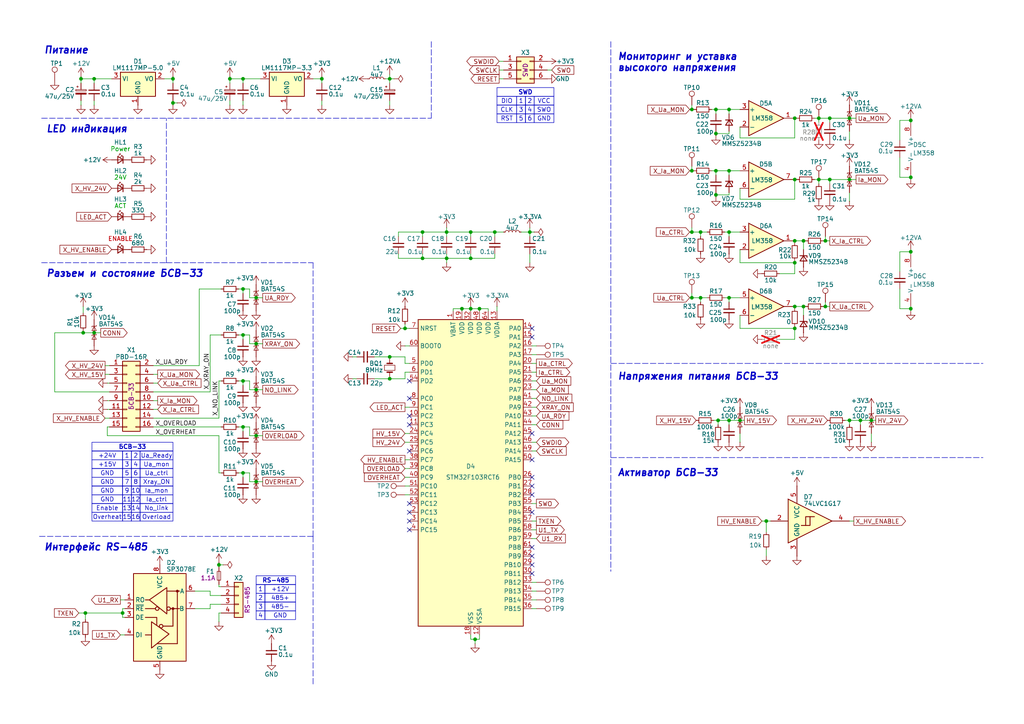
<source format=kicad_sch>
(kicad_sch
	(version 20231120)
	(generator "eeschema")
	(generator_version "8.0")
	(uuid "6c65de10-338a-453a-825b-2efbb4a3a4c6")
	(paper "A4")
	(title_block
		(title "RS485_BSV")
		(rev "2")
		(company "ООО \"Экросхим\"")
		(comment 1 "Антон Мухин")
	)
	
	(junction
		(at 137.795 185.42)
		(diameter 0)
		(color 0 0 0 0)
		(uuid "028f75c9-d258-4904-87ba-7069c7214d14")
	)
	(junction
		(at 233.045 88.9)
		(diameter 0)
		(color 0 0 0 0)
		(uuid "03b4c123-4b85-480d-b7af-984e3d281b4a")
	)
	(junction
		(at 113.03 103.505)
		(diameter 0)
		(color 0 0 0 0)
		(uuid "07d2f221-592d-4fa5-bc0a-5be6a9d64076")
	)
	(junction
		(at 211.455 49.53)
		(diameter 0)
		(color 0 0 0 0)
		(uuid "142f5400-f47f-47e0-95ff-840207fdaa9a")
	)
	(junction
		(at 153.67 67.31)
		(diameter 0)
		(color 0 0 0 0)
		(uuid "1567a187-8bba-4052-b369-9b3cccca3c0c")
	)
	(junction
		(at 113.03 22.86)
		(diameter 0)
		(color 0 0 0 0)
		(uuid "18465d2c-b2f3-4653-8b81-1db6a6c44b37")
	)
	(junction
		(at 230.505 52.07)
		(diameter 0)
		(color 0 0 0 0)
		(uuid "18a7e549-e86e-4e76-846d-76da442098b5")
	)
	(junction
		(at 200.66 86.36)
		(diameter 0)
		(color 0 0 0 0)
		(uuid "1924b925-4fc2-4c56-94b1-d6bd4f288edc")
	)
	(junction
		(at 211.455 86.36)
		(diameter 0)
		(color 0 0 0 0)
		(uuid "1a3a0cbe-399a-4b04-a6c1-2301a8819294")
	)
	(junction
		(at 70.485 22.86)
		(diameter 0)
		(color 0 0 0 0)
		(uuid "1fda85d9-9523-4a24-84ad-7129a5d4dab0")
	)
	(junction
		(at 211.455 121.92)
		(diameter 0)
		(color 0 0 0 0)
		(uuid "201cb554-f15c-4ed6-8800-f665e2a45886")
	)
	(junction
		(at 240.665 52.07)
		(diameter 0)
		(color 0 0 0 0)
		(uuid "201e47f4-24f3-4f85-90b2-057eb6e0c4ae")
	)
	(junction
		(at 74.295 126.365)
		(diameter 0)
		(color 0 0 0 0)
		(uuid "2a17aedd-31ad-4930-be04-0e5dd93fdc58")
	)
	(junction
		(at 214.63 121.92)
		(diameter 0)
		(color 0 0 0 0)
		(uuid "2b650fe2-2fcf-4af2-8833-7461857a13eb")
	)
	(junction
		(at 239.395 88.9)
		(diameter 0)
		(color 0 0 0 0)
		(uuid "31d521ae-c6d6-478c-a3fc-a44d3c21bc23")
	)
	(junction
		(at 117.475 95.25)
		(diameter 0)
		(color 0 0 0 0)
		(uuid "32c8fb3e-6757-4004-88a6-eab9fc4c266b")
	)
	(junction
		(at 246.38 121.92)
		(diameter 0)
		(color 0 0 0 0)
		(uuid "387a3d09-4a2d-482d-8fed-8b0509d74470")
	)
	(junction
		(at 27.305 22.86)
		(diameter 0)
		(color 0 0 0 0)
		(uuid "3963be55-fe21-4423-971b-cfd39aaf920f")
	)
	(junction
		(at 74.295 99.695)
		(diameter 0)
		(color 0 0 0 0)
		(uuid "39ad3b18-dabd-4482-8625-2e1970e1c579")
	)
	(junction
		(at 136.525 74.93)
		(diameter 0)
		(color 0 0 0 0)
		(uuid "3a9cc08f-ae2d-48fc-b254-d2db11ef9972")
	)
	(junction
		(at 207.645 38.735)
		(diameter 0)
		(color 0 0 0 0)
		(uuid "41f7dcc6-c779-4f7b-91b5-f127b0734a1d")
	)
	(junction
		(at 207.645 49.53)
		(diameter 0)
		(color 0 0 0 0)
		(uuid "51369cf9-eaff-4b19-8628-56fd7e25c67d")
	)
	(junction
		(at 240.665 34.29)
		(diameter 0)
		(color 0 0 0 0)
		(uuid "51a49602-d382-4a8b-a234-1e7f5e37c165")
	)
	(junction
		(at 50.165 29.845)
		(diameter 0)
		(color 0 0 0 0)
		(uuid "525ebe3d-f493-4a52-9ca1-9943a9e6f157")
	)
	(junction
		(at 129.54 67.31)
		(diameter 0)
		(color 0 0 0 0)
		(uuid "5342a01d-1005-4fb1-a972-4610f611c9b7")
	)
	(junction
		(at 70.485 137.16)
		(diameter 0)
		(color 0 0 0 0)
		(uuid "535ad066-6b0e-46e2-8801-214176aa0a5f")
	)
	(junction
		(at 237.49 52.07)
		(diameter 0)
		(color 0 0 0 0)
		(uuid "5373bb7e-624d-4834-961e-74a70b38dd82")
	)
	(junction
		(at 74.295 86.36)
		(diameter 0)
		(color 0 0 0 0)
		(uuid "5a29dc6e-11ad-4d6b-84c0-3c3d383c1aa8")
	)
	(junction
		(at 27.305 96.52)
		(diameter 0)
		(color 0 0 0 0)
		(uuid "5f531aaf-b087-410b-b86c-5f5fdd5c19ad")
	)
	(junction
		(at 200.66 31.75)
		(diameter 0)
		(color 0 0 0 0)
		(uuid "63f2b922-6000-41af-9a2f-a6f469b164ae")
	)
	(junction
		(at 230.505 76.2)
		(diameter 0)
		(color 0 0 0 0)
		(uuid "650b11d4-4a51-4648-9063-2f51e5d35028")
	)
	(junction
		(at 70.485 110.49)
		(diameter 0)
		(color 0 0 0 0)
		(uuid "67f54780-34b0-4707-b6d2-06679fa8529f")
	)
	(junction
		(at 207.645 56.515)
		(diameter 0)
		(color 0 0 0 0)
		(uuid "6b43de8d-ca16-47e3-bf60-30d1bb7f10b5")
	)
	(junction
		(at 246.38 34.29)
		(diameter 0)
		(color 0 0 0 0)
		(uuid "6f526f89-ebdb-4216-a7a5-1a654398d3ab")
	)
	(junction
		(at 239.395 69.85)
		(diameter 0)
		(color 0 0 0 0)
		(uuid "786cf15d-4df3-420a-9655-0c7bcbc0748b")
	)
	(junction
		(at 70.485 97.155)
		(diameter 0)
		(color 0 0 0 0)
		(uuid "7d53c3ef-ba5f-43fc-b2f7-56efdf61d9f5")
	)
	(junction
		(at 23.495 22.86)
		(diameter 0)
		(color 0 0 0 0)
		(uuid "832a5b57-9a12-42fb-ab0f-df4a71c69ea8")
	)
	(junction
		(at 211.455 31.75)
		(diameter 0)
		(color 0 0 0 0)
		(uuid "88503189-f7fd-4f4d-9c2e-735031abe3fd")
	)
	(junction
		(at 264.16 51.435)
		(diameter 0)
		(color 0 0 0 0)
		(uuid "8c2a2a56-5003-4ced-aec4-4fecbc8a3beb")
	)
	(junction
		(at 136.525 89.535)
		(diameter 0)
		(color 0 0 0 0)
		(uuid "8f86a596-ff74-4806-93b1-b29436112164")
	)
	(junction
		(at 74.295 139.7)
		(diameter 0)
		(color 0 0 0 0)
		(uuid "9022db8d-4b75-4522-9472-750c0ec0164e")
	)
	(junction
		(at 208.28 121.92)
		(diameter 0)
		(color 0 0 0 0)
		(uuid "96bdb90e-0ae5-4b55-bbd7-b4b0f5cb1954")
	)
	(junction
		(at 66.675 22.86)
		(diameter 0)
		(color 0 0 0 0)
		(uuid "98a80fd5-ad61-477b-a0b1-ba8de1e33e9a")
	)
	(junction
		(at 139.065 89.535)
		(diameter 0)
		(color 0 0 0 0)
		(uuid "98c818b3-c907-492f-bf54-a5f90559103f")
	)
	(junction
		(at 74.295 113.03)
		(diameter 0)
		(color 0 0 0 0)
		(uuid "9d203400-e902-4760-bb7a-ada64c19b417")
	)
	(junction
		(at 129.54 74.93)
		(diameter 0)
		(color 0 0 0 0)
		(uuid "9d6e2cec-0cc1-4115-9da8-33730489b371")
	)
	(junction
		(at 264.16 89.535)
		(diameter 0)
		(color 0 0 0 0)
		(uuid "9e77e15f-1f60-45f5-9cc0-a733427a6b1c")
	)
	(junction
		(at 264.16 34.925)
		(diameter 0)
		(color 0 0 0 0)
		(uuid "9fc79d65-ce08-4a3b-ad09-4b202bf8ef39")
	)
	(junction
		(at 211.455 67.31)
		(diameter 0)
		(color 0 0 0 0)
		(uuid "a38f550d-8f14-468f-845d-b87b15186dd4")
	)
	(junction
		(at 222.25 151.13)
		(diameter 0)
		(color 0 0 0 0)
		(uuid "a8526302-b825-4b7a-a5fb-4f5e9948dfff")
	)
	(junction
		(at 70.485 123.825)
		(diameter 0)
		(color 0 0 0 0)
		(uuid "a9e8073f-31a6-45fa-b1c5-2d6686822aa2")
	)
	(junction
		(at 230.505 88.9)
		(diameter 0)
		(color 0 0 0 0)
		(uuid "ad1c0991-15b1-471f-8c72-32ea60383613")
	)
	(junction
		(at 122.555 74.93)
		(diameter 0)
		(color 0 0 0 0)
		(uuid "aed9a682-19c4-4da4-8319-d7e2b1c5341d")
	)
	(junction
		(at 70.485 83.82)
		(diameter 0)
		(color 0 0 0 0)
		(uuid "b07be636-9cd6-4689-8a5f-8bee901a1dda")
	)
	(junction
		(at 133.985 89.535)
		(diameter 0)
		(color 0 0 0 0)
		(uuid "b1935ccc-60df-4dc2-bff0-9e97b19f7588")
	)
	(junction
		(at 252.73 121.92)
		(diameter 0)
		(color 0 0 0 0)
		(uuid "b4e62bf5-f9fd-4995-bd1e-13a9dcaa276f")
	)
	(junction
		(at 35.56 177.8)
		(diameter 0)
		(color 0 0 0 0)
		(uuid "b7de33cc-5682-4dfe-a67d-ab598523ae35")
	)
	(junction
		(at 203.2 86.36)
		(diameter 0)
		(color 0 0 0 0)
		(uuid "b83da22c-5ecf-4067-bf7f-46c3cac49b5e")
	)
	(junction
		(at 200.66 49.53)
		(diameter 0)
		(color 0 0 0 0)
		(uuid "c001de54-f963-4bbe-a143-8cbf7fb9b02f")
	)
	(junction
		(at 50.165 22.86)
		(diameter 0)
		(color 0 0 0 0)
		(uuid "c4156526-00b3-4594-83fb-a9a66578b3b5")
	)
	(junction
		(at 200.66 67.31)
		(diameter 0)
		(color 0 0 0 0)
		(uuid "c50f2e61-5316-4300-9023-051cd1c70187")
	)
	(junction
		(at 113.03 109.855)
		(diameter 0)
		(color 0 0 0 0)
		(uuid "c80d926e-8b6c-4f76-9994-ddb05aa7c72a")
	)
	(junction
		(at 136.525 67.31)
		(diameter 0)
		(color 0 0 0 0)
		(uuid "c9ea5cbe-0d13-4af9-95ab-000eaf1c7952")
	)
	(junction
		(at 233.045 69.85)
		(diameter 0)
		(color 0 0 0 0)
		(uuid "cb15b7ff-22fe-4181-bbac-9bb9807dab9e")
	)
	(junction
		(at 230.505 34.29)
		(diameter 0)
		(color 0 0 0 0)
		(uuid "cce94616-07be-4230-b67f-01b7b9f2fb38")
	)
	(junction
		(at 230.505 69.85)
		(diameter 0)
		(color 0 0 0 0)
		(uuid "cdce00ae-dbdd-44ad-a5e2-6bb57bcc3eaf")
	)
	(junction
		(at 246.38 52.07)
		(diameter 0)
		(color 0 0 0 0)
		(uuid "d1aab4dc-45dd-4caa-8611-30856a0e58c8")
	)
	(junction
		(at 207.645 31.75)
		(diameter 0)
		(color 0 0 0 0)
		(uuid "d535521d-214f-4c03-ac8f-153454fd1ebe")
	)
	(junction
		(at 24.765 177.8)
		(diameter 0)
		(color 0 0 0 0)
		(uuid "d7a8f334-bd8b-4096-b721-5bc833248303")
	)
	(junction
		(at 230.505 95.25)
		(diameter 0)
		(color 0 0 0 0)
		(uuid "dd7016ba-6cb9-44c4-aa5c-98f02041eb6f")
	)
	(junction
		(at 249.555 121.92)
		(diameter 0)
		(color 0 0 0 0)
		(uuid "dded562e-6bd6-4a8f-a0c8-51b88b4f413b")
	)
	(junction
		(at 93.345 22.86)
		(diameter 0)
		(color 0 0 0 0)
		(uuid "e06691ed-a425-4955-8b27-5e0d25eca17f")
	)
	(junction
		(at 143.51 67.31)
		(diameter 0)
		(color 0 0 0 0)
		(uuid "e43ab1a2-4521-41b1-be9a-3c4c2df6ac5d")
	)
	(junction
		(at 63.5 163.83)
		(diameter 0)
		(color 0 0 0 0)
		(uuid "e65fac82-1b6c-47c3-aba0-a897edb9d695")
	)
	(junction
		(at 264.16 73.025)
		(diameter 0)
		(color 0 0 0 0)
		(uuid "f0439937-81fa-4d7e-9f4f-b43961265c2e")
	)
	(junction
		(at 122.555 67.31)
		(diameter 0)
		(color 0 0 0 0)
		(uuid "f5c0138d-f900-4f37-9ef6-cf6157ebb2db")
	)
	(junction
		(at 24.13 96.52)
		(diameter 0)
		(color 0 0 0 0)
		(uuid "f7f4384f-5d54-4ffd-a5e7-5be3e4debcf1")
	)
	(junction
		(at 237.49 34.29)
		(diameter 0)
		(color 0 0 0 0)
		(uuid "fb9d993b-685f-4bca-a7c0-794e76bbe83a")
	)
	(junction
		(at 203.2 67.31)
		(diameter 0)
		(color 0 0 0 0)
		(uuid "ffd3bad9-484d-436c-8f31-4fdf8f4f4e26")
	)
	(no_connect
		(at 118.745 153.67)
		(uuid "0834aeb8-08ea-4bb3-84ac-18cfcb52ef26")
	)
	(no_connect
		(at 118.745 115.57)
		(uuid "0ad6f0e4-1fa6-48b0-b101-61a95672f9a0")
	)
	(no_connect
		(at 118.745 151.13)
		(uuid "0e7ff874-4a3c-4f53-9566-caec51cc5c73")
	)
	(no_connect
		(at 154.305 143.51)
		(uuid "1168b790-c158-4bc5-b993-0509710be6ae")
	)
	(no_connect
		(at 118.745 148.59)
		(uuid "197854e8-6ac9-4314-b11e-85ce7c1bc8ca")
	)
	(no_connect
		(at 154.305 166.37)
		(uuid "1d029e18-04e6-4b8a-9bbe-04176ae73e7e")
	)
	(no_connect
		(at 154.305 148.59)
		(uuid "27645f68-7a86-4afc-b2ff-5128f78c8db8")
	)
	(no_connect
		(at 118.745 110.49)
		(uuid "2fa91cad-ffd7-475e-aa67-1624066e681f")
	)
	(no_connect
		(at 154.305 125.73)
		(uuid "3b463ab6-f5f9-44b3-a4be-1203881addca")
	)
	(no_connect
		(at 118.745 120.65)
		(uuid "4c434255-1bfc-4a5f-855b-cb23e74a2713")
	)
	(no_connect
		(at 154.305 140.97)
		(uuid "537669dc-1627-4a4f-a7d9-8d0b2c1e5a4a")
	)
	(no_connect
		(at 154.305 97.79)
		(uuid "551972c5-f945-4957-a485-2092100fb9bd")
	)
	(no_connect
		(at 154.305 95.25)
		(uuid "59e286dd-76fb-4f27-adef-7106d187d064")
	)
	(no_connect
		(at 154.305 138.43)
		(uuid "5c7b122d-d5d0-4972-b431-a6cd4a7e25e7")
	)
	(no_connect
		(at 154.305 161.29)
		(uuid "66e0c3fa-4be9-4ccd-b614-d91cb3c22c98")
	)
	(no_connect
		(at 154.305 163.83)
		(uuid "6b369e54-ed59-4e00-9d8e-029d5f39b60e")
	)
	(no_connect
		(at 154.305 133.35)
		(uuid "a805e864-6f13-4e7d-91e3-20fcd73eb516")
	)
	(no_connect
		(at 118.745 146.05)
		(uuid "af9622c2-776d-4a10-aed3-3bb05ae9721e")
	)
	(no_connect
		(at 154.305 158.75)
		(uuid "b693ae24-c993-4031-be2e-e42ffd9571b5")
	)
	(no_connect
		(at 118.745 123.19)
		(uuid "b778fa1e-75ca-480e-954b-7b31b8a6a4d4")
	)
	(no_connect
		(at 118.745 130.81)
		(uuid "e7c56ad5-54fe-4a2e-9d7a-421dfcf281de")
	)
	(wire
		(pts
			(xy 203.2 86.36) (xy 205.105 86.36)
		)
		(stroke
			(width 0)
			(type default)
		)
		(uuid "00184aa8-a097-46d9-92a7-d5ac068f8aa3")
	)
	(wire
		(pts
			(xy 151.13 67.31) (xy 153.67 67.31)
		)
		(stroke
			(width 0)
			(type default)
		)
		(uuid "00ab969e-01c4-4f55-87f9-63185d980561")
	)
	(wire
		(pts
			(xy 122.555 73.66) (xy 122.555 74.93)
		)
		(stroke
			(width 0)
			(type default)
		)
		(uuid "0120f516-63ba-4324-b199-b5702a054add")
	)
	(wire
		(pts
			(xy 230.505 95.25) (xy 230.505 94.615)
		)
		(stroke
			(width 0)
			(type default)
		)
		(uuid "01f14fad-704c-4733-aa2d-7a4a30d7e211")
	)
	(wire
		(pts
			(xy 31.115 118.745) (xy 31.75 118.745)
		)
		(stroke
			(width 0)
			(type default)
		)
		(uuid "02956a92-7300-4a4d-9dbd-73ac8f61ac67")
	)
	(wire
		(pts
			(xy 44.45 113.665) (xy 60.96 113.665)
		)
		(stroke
			(width 0)
			(type default)
		)
		(uuid "02ff17cc-cabb-4a80-a9eb-cc5427d3b016")
	)
	(wire
		(pts
			(xy 207.645 31.75) (xy 211.455 31.75)
		)
		(stroke
			(width 0)
			(type default)
		)
		(uuid "0370a8c5-8b22-42b9-9ebc-c18ba14bd879")
	)
	(wire
		(pts
			(xy 63.5 163.195) (xy 63.5 163.83)
		)
		(stroke
			(width 0)
			(type default)
		)
		(uuid "0397a6ae-d068-4399-985b-046bad321fc9")
	)
	(wire
		(pts
			(xy 15.875 113.665) (xy 15.875 96.52)
		)
		(stroke
			(width 0)
			(type default)
		)
		(uuid "050ba2b4-8432-4436-af0b-9293cd60ac7e")
	)
	(wire
		(pts
			(xy 214.63 36.83) (xy 214.63 40.005)
		)
		(stroke
			(width 0)
			(type default)
		)
		(uuid "05292d8b-5ead-4a23-bb96-86f795bb9e22")
	)
	(wire
		(pts
			(xy 214.63 91.44) (xy 214.63 95.25)
		)
		(stroke
			(width 0)
			(type default)
		)
		(uuid "062b6249-e3d8-4186-9aaf-4d6f33bb8a15")
	)
	(wire
		(pts
			(xy 24.765 177.8) (xy 35.56 177.8)
		)
		(stroke
			(width 0)
			(type default)
		)
		(uuid "07ca210d-0b0e-4478-85a6-e45d31b2d61e")
	)
	(wire
		(pts
			(xy 206.375 31.75) (xy 207.645 31.75)
		)
		(stroke
			(width 0)
			(type default)
		)
		(uuid "08287f04-c631-4d8b-913f-4538d188032e")
	)
	(wire
		(pts
			(xy 211.455 31.75) (xy 214.63 31.75)
		)
		(stroke
			(width 0)
			(type default)
		)
		(uuid "09589fb2-fc95-4a9b-b278-e3eca372a352")
	)
	(polyline
		(pts
			(xy 48.26 76.2) (xy 48.26 34.29)
		)
		(stroke
			(width 0)
			(type dash)
		)
		(uuid "098b4abe-6028-4385-93fd-1a4c60fb5f41")
	)
	(wire
		(pts
			(xy 50.165 29.845) (xy 50.165 30.48)
		)
		(stroke
			(width 0)
			(type default)
		)
		(uuid "0c4db5b8-d8e9-4142-b35d-14086770ad0a")
	)
	(wire
		(pts
			(xy 115.57 74.93) (xy 122.555 74.93)
		)
		(stroke
			(width 0)
			(type default)
		)
		(uuid "0d2ff679-8ae8-4bdd-9f5e-ca0628151861")
	)
	(wire
		(pts
			(xy 45.72 108.585) (xy 44.45 108.585)
		)
		(stroke
			(width 0)
			(type default)
		)
		(uuid "0d47c742-759a-4138-a4b7-e3e2dfa17b61")
	)
	(wire
		(pts
			(xy 222.25 161.29) (xy 222.25 159.385)
		)
		(stroke
			(width 0)
			(type default)
		)
		(uuid "0dae94c4-3463-442c-81ed-541dd491eda4")
	)
	(wire
		(pts
			(xy 211.455 121.92) (xy 214.63 121.92)
		)
		(stroke
			(width 0)
			(type default)
		)
		(uuid "0eb65e20-3408-4921-adc2-ca63320d75ac")
	)
	(wire
		(pts
			(xy 214.63 95.25) (xy 230.505 95.25)
		)
		(stroke
			(width 0)
			(type default)
		)
		(uuid "10878638-b768-4f49-b90a-86562b304785")
	)
	(wire
		(pts
			(xy 70.485 83.82) (xy 70.485 85.09)
		)
		(stroke
			(width 0)
			(type default)
		)
		(uuid "109ebf84-39af-40d8-b2b8-902b4510475c")
	)
	(wire
		(pts
			(xy 63.5 137.16) (xy 64.135 137.16)
		)
		(stroke
			(width 0)
			(type default)
		)
		(uuid "123ceee3-aa74-4d8c-a260-a89c875d2d3c")
	)
	(wire
		(pts
			(xy 72.39 137.16) (xy 72.39 139.7)
		)
		(stroke
			(width 0)
			(type default)
		)
		(uuid "126e0a17-6b55-44b1-81cf-06ce515e6879")
	)
	(wire
		(pts
			(xy 129.54 74.93) (xy 136.525 74.93)
		)
		(stroke
			(width 0)
			(type default)
		)
		(uuid "12aa7981-3085-4e9b-86f6-77324a7d76d4")
	)
	(wire
		(pts
			(xy 63.5 126.365) (xy 63.5 137.16)
		)
		(stroke
			(width 0)
			(type default)
		)
		(uuid "15292b7c-784c-472e-8726-336a2f3535eb")
	)
	(wire
		(pts
			(xy 155.575 176.53) (xy 154.305 176.53)
		)
		(stroke
			(width 0)
			(type default)
		)
		(uuid "1542906d-f1fc-4260-97c6-655aa3b982fc")
	)
	(wire
		(pts
			(xy 260.985 89.535) (xy 264.16 89.535)
		)
		(stroke
			(width 0)
			(type default)
		)
		(uuid "15890e58-afed-4e0e-8764-ea9b0c4353be")
	)
	(wire
		(pts
			(xy 264.16 72.39) (xy 264.16 73.025)
		)
		(stroke
			(width 0)
			(type default)
		)
		(uuid "15f3fa0b-7af9-4fa2-a448-18f16d492f05")
	)
	(wire
		(pts
			(xy 136.525 89.535) (xy 136.525 90.17)
		)
		(stroke
			(width 0)
			(type default)
		)
		(uuid "169de1a7-00ef-406a-b7fa-32c8b46ed547")
	)
	(wire
		(pts
			(xy 70.485 83.82) (xy 72.39 83.82)
		)
		(stroke
			(width 0)
			(type default)
		)
		(uuid "16f9da02-648f-41fb-9b93-897054cef84a")
	)
	(wire
		(pts
			(xy 122.555 68.58) (xy 122.555 67.31)
		)
		(stroke
			(width 0)
			(type default)
		)
		(uuid "18f521a5-89f2-48db-a66c-f4e985c507c8")
	)
	(wire
		(pts
			(xy 203.2 67.31) (xy 205.105 67.31)
		)
		(stroke
			(width 0)
			(type default)
		)
		(uuid "1ab415f3-3084-4ac9-b28e-8171a3a6cce4")
	)
	(wire
		(pts
			(xy 155.575 130.81) (xy 154.305 130.81)
		)
		(stroke
			(width 0)
			(type default)
		)
		(uuid "1c19cca2-fa12-423a-9bff-ed125c1b5f2d")
	)
	(wire
		(pts
			(xy 117.475 93.98) (xy 117.475 95.25)
		)
		(stroke
			(width 0)
			(type default)
		)
		(uuid "1cdcd346-4185-4320-9335-911a61e0d060")
	)
	(wire
		(pts
			(xy 108.585 109.855) (xy 113.03 109.855)
		)
		(stroke
			(width 0)
			(type default)
		)
		(uuid "1dbb3eee-cb26-4f9c-8410-fff9a1ab7640")
	)
	(wire
		(pts
			(xy 246.38 58.42) (xy 246.38 55.88)
		)
		(stroke
			(width 0)
			(type default)
		)
		(uuid "1e249161-a780-4699-bcf0-9f3b051d5da1")
	)
	(wire
		(pts
			(xy 230.505 52.07) (xy 231.14 52.07)
		)
		(stroke
			(width 0)
			(type default)
		)
		(uuid "1ee53d9e-fb16-4cb0-91a8-ad25e1ec525c")
	)
	(wire
		(pts
			(xy 117.475 140.97) (xy 118.745 140.97)
		)
		(stroke
			(width 0)
			(type default)
		)
		(uuid "20b51dc5-356c-4ec8-b96b-935a6e2a29ef")
	)
	(wire
		(pts
			(xy 44.45 106.045) (xy 57.785 106.045)
		)
		(stroke
			(width 0)
			(type default)
		)
		(uuid "20f2311b-0ea2-448f-91b5-de31e2be8193")
	)
	(wire
		(pts
			(xy 35.56 179.07) (xy 35.56 177.8)
		)
		(stroke
			(width 0)
			(type default)
		)
		(uuid "22d48507-04b2-4c8c-b466-9bf5686dfde7")
	)
	(wire
		(pts
			(xy 214.63 76.2) (xy 230.505 76.2)
		)
		(stroke
			(width 0)
			(type default)
		)
		(uuid "22f19cb0-add3-485a-8760-a6bc353ff6d3")
	)
	(wire
		(pts
			(xy 70.485 97.155) (xy 70.485 98.425)
		)
		(stroke
			(width 0)
			(type default)
		)
		(uuid "246ea579-7ec1-41df-8092-707961c507bc")
	)
	(wire
		(pts
			(xy 141.605 89.535) (xy 139.065 89.535)
		)
		(stroke
			(width 0)
			(type default)
		)
		(uuid "257fad00-78c6-43bf-a1fb-f2a05a440c5d")
	)
	(wire
		(pts
			(xy 35.56 177.8) (xy 35.56 176.53)
		)
		(stroke
			(width 0)
			(type default)
		)
		(uuid "26b3038a-025c-4bf4-935e-1a3ec7a94c9e")
	)
	(wire
		(pts
			(xy 57.785 106.045) (xy 57.785 83.82)
		)
		(stroke
			(width 0)
			(type default)
		)
		(uuid "2774e1f2-cd0a-4ff5-9c9d-c6c527cc4fdb")
	)
	(wire
		(pts
			(xy 229.87 34.29) (xy 230.505 34.29)
		)
		(stroke
			(width 0)
			(type default)
		)
		(uuid "28098d02-115d-44f1-a82d-ce1eb29d50b6")
	)
	(wire
		(pts
			(xy 74.295 139.7) (xy 76.2 139.7)
		)
		(stroke
			(width 0)
			(type default)
		)
		(uuid "282e39d4-1419-4d67-804c-3d536eea48e6")
	)
	(wire
		(pts
			(xy 211.455 49.53) (xy 214.63 49.53)
		)
		(stroke
			(width 0)
			(type default)
		)
		(uuid "283be788-0298-458c-9c22-e88eafbbf37c")
	)
	(wire
		(pts
			(xy 155.575 105.41) (xy 154.305 105.41)
		)
		(stroke
			(width 0)
			(type default)
		)
		(uuid "288c4b13-3e6d-4992-ac08-86d052fbeecc")
	)
	(wire
		(pts
			(xy 117.475 138.43) (xy 118.745 138.43)
		)
		(stroke
			(width 0)
			(type default)
		)
		(uuid "28a8c4f7-7fd3-4bdd-b72d-2e8ead6a510b")
	)
	(wire
		(pts
			(xy 23.495 22.86) (xy 23.495 24.13)
		)
		(stroke
			(width 0)
			(type default)
		)
		(uuid "29477350-ba2d-4101-9b98-0886c6972ee3")
	)
	(wire
		(pts
			(xy 137.795 185.42) (xy 139.065 185.42)
		)
		(stroke
			(width 0)
			(type default)
		)
		(uuid "294c1c53-d512-4124-9a28-dca73b847fed")
	)
	(wire
		(pts
			(xy 63.5 177.8) (xy 63.5 180.34)
		)
		(stroke
			(width 0)
			(type default)
		)
		(uuid "29ab4b1d-41d8-4ed9-ae4f-f8172922f126")
	)
	(wire
		(pts
			(xy 70.485 137.16) (xy 72.39 137.16)
		)
		(stroke
			(width 0)
			(type default)
		)
		(uuid "29ed41a2-2149-423b-af84-ae9bef1b73f3")
	)
	(wire
		(pts
			(xy 252.73 125.73) (xy 252.73 128.27)
		)
		(stroke
			(width 0)
			(type default)
		)
		(uuid "2bbae60c-409f-47e6-b426-68c8cf18393f")
	)
	(polyline
		(pts
			(xy 177.165 105.41) (xy 285.115 105.41)
		)
		(stroke
			(width 0)
			(type dash)
		)
		(uuid "2c572868-fb26-448c-bf29-99582634bd4d")
	)
	(wire
		(pts
			(xy 141.605 90.17) (xy 141.605 89.535)
		)
		(stroke
			(width 0)
			(type default)
		)
		(uuid "2e26ea72-adb4-4c73-a9c4-72efb21129f2")
	)
	(wire
		(pts
			(xy 230.505 79.375) (xy 230.505 76.2)
		)
		(stroke
			(width 0)
			(type default)
		)
		(uuid "2e597503-ffec-4c71-a11b-dc9f874c871d")
	)
	(wire
		(pts
			(xy 207.01 121.92) (xy 208.28 121.92)
		)
		(stroke
			(width 0)
			(type default)
		)
		(uuid "2edde12c-d59f-4b87-b6e7-1d7ef82b75e3")
	)
	(wire
		(pts
			(xy 214.63 72.39) (xy 214.63 76.2)
		)
		(stroke
			(width 0)
			(type default)
		)
		(uuid "2fb6ce58-8e7d-427d-94cb-0de3e3afca39")
	)
	(wire
		(pts
			(xy 233.045 88.9) (xy 233.68 88.9)
		)
		(stroke
			(width 0)
			(type default)
		)
		(uuid "3089fdfa-8c62-4f87-8d81-4159222c66ce")
	)
	(wire
		(pts
			(xy 239.395 69.85) (xy 240.665 69.85)
		)
		(stroke
			(width 0)
			(type default)
		)
		(uuid "30999ea2-48a3-4a65-850f-1862e2cf1fde")
	)
	(wire
		(pts
			(xy 117.475 103.505) (xy 113.03 103.505)
		)
		(stroke
			(width 0)
			(type default)
		)
		(uuid "30e6e9d1-f6c4-4fe3-954d-930123a182de")
	)
	(wire
		(pts
			(xy 207.645 57.15) (xy 207.645 56.515)
		)
		(stroke
			(width 0)
			(type default)
		)
		(uuid "31878509-7cf8-4b47-a6d3-ee7cb3051110")
	)
	(wire
		(pts
			(xy 230.505 69.85) (xy 233.045 69.85)
		)
		(stroke
			(width 0)
			(type default)
		)
		(uuid "320aef2b-8115-4e29-b370-4888f669e126")
	)
	(wire
		(pts
			(xy 45.72 111.125) (xy 44.45 111.125)
		)
		(stroke
			(width 0)
			(type default)
		)
		(uuid "3245758f-651b-444d-b45e-90bf24f3ce83")
	)
	(wire
		(pts
			(xy 200.025 67.31) (xy 200.66 67.31)
		)
		(stroke
			(width 0)
			(type default)
		)
		(uuid "336c1a9c-ad86-4085-b979-fa8e7af73b12")
	)
	(wire
		(pts
			(xy 237.49 34.29) (xy 237.49 35.56)
		)
		(stroke
			(width 0)
			(type default)
		)
		(uuid "33ef101a-850a-41b2-a8ae-ee00b797dffd")
	)
	(wire
		(pts
			(xy 136.525 185.42) (xy 137.795 185.42)
		)
		(stroke
			(width 0)
			(type default)
		)
		(uuid "3431d044-4a42-4082-8ab6-ce4445dff65c")
	)
	(wire
		(pts
			(xy 230.505 88.9) (xy 233.045 88.9)
		)
		(stroke
			(width 0)
			(type default)
		)
		(uuid "357fa9c3-92bd-48a1-879f-694cc27637d5")
	)
	(wire
		(pts
			(xy 155.575 120.65) (xy 154.305 120.65)
		)
		(stroke
			(width 0)
			(type default)
		)
		(uuid "3626f021-d722-45fb-bb0d-585a27f61b87")
	)
	(wire
		(pts
			(xy 113.03 109.855) (xy 113.03 109.22)
		)
		(stroke
			(width 0)
			(type default)
		)
		(uuid "36afa65e-aaed-467f-8eb5-46078f9d8431")
	)
	(wire
		(pts
			(xy 144.145 88.9) (xy 144.145 90.17)
		)
		(stroke
			(width 0)
			(type default)
		)
		(uuid "36defc11-29f9-426e-b687-fcb4f5dcaebd")
	)
	(wire
		(pts
			(xy 207.645 49.53) (xy 211.455 49.53)
		)
		(stroke
			(width 0)
			(type default)
		)
		(uuid "37b2fd00-08ed-417a-8a05-5c2dc578a2ad")
	)
	(wire
		(pts
			(xy 264.16 73.025) (xy 264.16 73.66)
		)
		(stroke
			(width 0)
			(type default)
		)
		(uuid "3845c0e2-4b1c-49dd-921f-23f8fea021ad")
	)
	(wire
		(pts
			(xy 117.475 105.41) (xy 117.475 103.505)
		)
		(stroke
			(width 0)
			(type default)
		)
		(uuid "389ee582-0b07-4a5a-a490-19e14ab1dd42")
	)
	(wire
		(pts
			(xy 222.25 151.13) (xy 223.52 151.13)
		)
		(stroke
			(width 0)
			(type default)
		)
		(uuid "38a3490e-6c79-4f3a-912c-174729d78567")
	)
	(wire
		(pts
			(xy 60.96 113.665) (xy 60.96 97.155)
		)
		(stroke
			(width 0)
			(type default)
		)
		(uuid "3a0700d5-75eb-45ba-9705-693a18f52b5f")
	)
	(wire
		(pts
			(xy 211.455 38.1) (xy 211.455 38.735)
		)
		(stroke
			(width 0)
			(type default)
		)
		(uuid "3a248325-2fb0-4975-a220-09b5117f3a2c")
	)
	(wire
		(pts
			(xy 237.49 52.07) (xy 237.49 53.34)
		)
		(stroke
			(width 0)
			(type default)
		)
		(uuid "3a83bf82-f5c6-457d-80a8-fe8bdfe4313c")
	)
	(wire
		(pts
			(xy 155.575 151.13) (xy 154.305 151.13)
		)
		(stroke
			(width 0)
			(type default)
		)
		(uuid "3af111f2-1320-4e8a-a2b9-fa77ff94adee")
	)
	(wire
		(pts
			(xy 211.455 49.53) (xy 211.455 50.8)
		)
		(stroke
			(width 0)
			(type default)
		)
		(uuid "3b7bd9d0-eb46-475d-92a2-d4b8668b5d84")
	)
	(wire
		(pts
			(xy 211.455 67.31) (xy 214.63 67.31)
		)
		(stroke
			(width 0)
			(type default)
		)
		(uuid "3c858e11-845a-432b-8504-14816f003830")
	)
	(wire
		(pts
			(xy 200.025 31.75) (xy 200.66 31.75)
		)
		(stroke
			(width 0)
			(type default)
		)
		(uuid "3d047e45-0762-4e0f-a655-022a349c3fe1")
	)
	(wire
		(pts
			(xy 260.985 83.82) (xy 260.985 89.535)
		)
		(stroke
			(width 0)
			(type default)
		)
		(uuid "3e7930f5-050c-4b97-9abd-f13e071135b4")
	)
	(wire
		(pts
			(xy 70.485 123.825) (xy 70.485 125.095)
		)
		(stroke
			(width 0)
			(type default)
		)
		(uuid "3f9707de-0277-44de-b34b-8ef5f5792c7b")
	)
	(wire
		(pts
			(xy 70.485 22.86) (xy 75.565 22.86)
		)
		(stroke
			(width 0)
			(type default)
		)
		(uuid "3f9cb76a-2267-44d6-9545-e1568dde90e4")
	)
	(wire
		(pts
			(xy 45.72 118.745) (xy 44.45 118.745)
		)
		(stroke
			(width 0)
			(type default)
		)
		(uuid "3fa7f5ab-7e68-4968-9ebf-2babd438aefe")
	)
	(wire
		(pts
			(xy 30.48 121.285) (xy 31.75 121.285)
		)
		(stroke
			(width 0)
			(type default)
		)
		(uuid "3fb8f159-7f0c-4c6a-a11f-b6a2fcaa96c3")
	)
	(wire
		(pts
			(xy 136.525 67.31) (xy 136.525 68.58)
		)
		(stroke
			(width 0)
			(type default)
		)
		(uuid "3ff66be5-24ea-4167-a6df-b4a2b886dd46")
	)
	(wire
		(pts
			(xy 50.165 22.225) (xy 50.165 22.86)
		)
		(stroke
			(width 0)
			(type default)
		)
		(uuid "405f1fc8-3803-41df-8be6-472c54d228d9")
	)
	(wire
		(pts
			(xy 66.675 29.21) (xy 66.675 30.48)
		)
		(stroke
			(width 0)
			(type default)
		)
		(uuid "4127633f-2b4e-48b4-888f-ec6eb116ffcb")
	)
	(wire
		(pts
			(xy 246.38 34.29) (xy 248.285 34.29)
		)
		(stroke
			(width 0)
			(type default)
		)
		(uuid "41d284a3-0b93-43c6-8715-5d050dffb08b")
	)
	(wire
		(pts
			(xy 129.54 67.31) (xy 136.525 67.31)
		)
		(stroke
			(width 0)
			(type default)
		)
		(uuid "434c2c7e-8ae7-422d-a3a2-a6529f214ef7")
	)
	(wire
		(pts
			(xy 115.57 73.66) (xy 115.57 74.93)
		)
		(stroke
			(width 0)
			(type default)
		)
		(uuid "436076e8-1a33-4455-9338-cdf13e2ee2a3")
	)
	(wire
		(pts
			(xy 155.575 146.05) (xy 154.305 146.05)
		)
		(stroke
			(width 0)
			(type default)
		)
		(uuid "43e98e1d-627b-4e12-a0cc-b2e6dbcfeec3")
	)
	(wire
		(pts
			(xy 116.205 95.25) (xy 117.475 95.25)
		)
		(stroke
			(width 0)
			(type default)
		)
		(uuid "44198ad6-4707-4e39-a1fa-3c4f509dd8e3")
	)
	(wire
		(pts
			(xy 57.785 83.82) (xy 64.135 83.82)
		)
		(stroke
			(width 0)
			(type default)
		)
		(uuid "44a9906e-0fa8-4a6b-a9f5-db31672d35a2")
	)
	(wire
		(pts
			(xy 264.16 89.535) (xy 264.16 88.9)
		)
		(stroke
			(width 0)
			(type default)
		)
		(uuid "45358f9e-466d-4968-ad42-ac36120054c9")
	)
	(wire
		(pts
			(xy 229.87 52.07) (xy 230.505 52.07)
		)
		(stroke
			(width 0)
			(type default)
		)
		(uuid "4579bc35-f63a-4d08-8a46-0fa55385c310")
	)
	(wire
		(pts
			(xy 60.96 171.45) (xy 56.515 171.45)
		)
		(stroke
			(width 0)
			(type default)
		)
		(uuid "45851636-3826-4b32-873d-f408b303e837")
	)
	(wire
		(pts
			(xy 211.455 121.92) (xy 211.455 123.19)
		)
		(stroke
			(width 0)
			(type default)
		)
		(uuid "4646e1e9-09ac-4094-8a0c-31d3f9d6c6ca")
	)
	(wire
		(pts
			(xy 211.455 67.31) (xy 211.455 68.58)
		)
		(stroke
			(width 0)
			(type default)
		)
		(uuid "467b3ba2-7ac6-4c38-8af8-12b99ec77965")
	)
	(wire
		(pts
			(xy 117.475 107.95) (xy 117.475 109.855)
		)
		(stroke
			(width 0)
			(type default)
		)
		(uuid "4763563c-c8b3-4e0c-8bf4-4d9a79674d13")
	)
	(wire
		(pts
			(xy 229.87 88.9) (xy 230.505 88.9)
		)
		(stroke
			(width 0)
			(type default)
		)
		(uuid "477261df-c6cb-4bbf-b35c-9a7ac4514e37")
	)
	(wire
		(pts
			(xy 27.305 29.21) (xy 27.305 30.48)
		)
		(stroke
			(width 0)
			(type default)
		)
		(uuid "47d76363-4b09-41f9-8462-c23d5e2ea01c")
	)
	(wire
		(pts
			(xy 230.505 69.85) (xy 230.505 70.485)
		)
		(stroke
			(width 0)
			(type default)
		)
		(uuid "47f47786-b94c-4c79-80e7-90b2785cd67a")
	)
	(wire
		(pts
			(xy 117.475 143.51) (xy 118.745 143.51)
		)
		(stroke
			(width 0)
			(type default)
		)
		(uuid "48458cf7-2f4b-4ea1-8f09-005728b07166")
	)
	(wire
		(pts
			(xy 31.115 126.365) (xy 63.5 126.365)
		)
		(stroke
			(width 0)
			(type default)
		)
		(uuid "49062658-0ece-440f-bd23-b6051fc4a04b")
	)
	(wire
		(pts
			(xy 139.065 89.535) (xy 139.065 90.17)
		)
		(stroke
			(width 0)
			(type default)
		)
		(uuid "4924dcca-4e49-4602-b164-890b5f1a8147")
	)
	(wire
		(pts
			(xy 143.51 67.31) (xy 146.05 67.31)
		)
		(stroke
			(width 0)
			(type default)
		)
		(uuid "4b1c8ad5-e9d6-49cf-ba0d-2cc27bfa567c")
	)
	(wire
		(pts
			(xy 24.765 177.8) (xy 24.765 179.705)
		)
		(stroke
			(width 0)
			(type default)
		)
		(uuid "4c8f2735-0a5d-4f74-8ab0-060ef8618276")
	)
	(wire
		(pts
			(xy 230.505 57.785) (xy 230.505 52.07)
		)
		(stroke
			(width 0)
			(type default)
		)
		(uuid "4cfd96c1-1232-4c47-8839-0db1f4f587da")
	)
	(wire
		(pts
			(xy 34.925 184.15) (xy 36.195 184.15)
		)
		(stroke
			(width 0)
			(type default)
		)
		(uuid "4d0e9eca-f909-4d51-ace3-2e44406d477e")
	)
	(wire
		(pts
			(xy 74.295 86.36) (xy 76.2 86.36)
		)
		(stroke
			(width 0)
			(type default)
		)
		(uuid "4f0ee174-0796-47f7-98d3-0cc809dff7d0")
	)
	(wire
		(pts
			(xy 117.475 135.89) (xy 118.745 135.89)
		)
		(stroke
			(width 0)
			(type default)
		)
		(uuid "4f42b17d-4e36-46df-be16-4a783e530eb4")
	)
	(polyline
		(pts
			(xy 12.065 76.2) (xy 48.26 76.2)
		)
		(stroke
			(width 0)
			(type dash)
		)
		(uuid "518df918-351f-43c1-8ba3-833e66e9fe41")
	)
	(wire
		(pts
			(xy 237.49 34.29) (xy 240.665 34.29)
		)
		(stroke
			(width 0)
			(type default)
		)
		(uuid "534ef484-e57f-4c41-834e-8c00803c9b8e")
	)
	(wire
		(pts
			(xy 117.475 133.35) (xy 118.745 133.35)
		)
		(stroke
			(width 0)
			(type default)
		)
		(uuid "543ed86d-1f2e-4065-943e-062d474e22e0")
	)
	(wire
		(pts
			(xy 155.575 107.95) (xy 154.305 107.95)
		)
		(stroke
			(width 0)
			(type default)
		)
		(uuid "545aed36-e080-4d67-8b9f-56b22e968de3")
	)
	(wire
		(pts
			(xy 23.495 29.21) (xy 23.495 30.48)
		)
		(stroke
			(width 0)
			(type default)
		)
		(uuid "54f48156-f5c5-462a-afce-837484d58336")
	)
	(polyline
		(pts
			(xy 177.165 12.065) (xy 177.165 165.735)
		)
		(stroke
			(width 0)
			(type dash)
		)
		(uuid "5777051b-eb00-4886-bad9-6bc98cac7c68")
	)
	(polyline
		(pts
			(xy 177.165 132.715) (xy 285.115 132.715)
		)
		(stroke
			(width 0)
			(type dash)
		)
		(uuid "584810c5-a0b5-42cc-91cb-e9bb1b8fe80d")
	)
	(wire
		(pts
			(xy 22.86 177.8) (xy 24.765 177.8)
		)
		(stroke
			(width 0)
			(type default)
		)
		(uuid "595b327d-f7eb-49d4-97f4-76660524596e")
	)
	(wire
		(pts
			(xy 214.63 40.005) (xy 230.505 40.005)
		)
		(stroke
			(width 0)
			(type default)
		)
		(uuid "599e5b63-3184-4ae0-988d-e63377af5521")
	)
	(wire
		(pts
			(xy 211.455 31.75) (xy 211.455 33.02)
		)
		(stroke
			(width 0)
			(type default)
		)
		(uuid "59d35ac0-18b0-4e28-972d-ec5f00b48b90")
	)
	(wire
		(pts
			(xy 66.675 22.86) (xy 70.485 22.86)
		)
		(stroke
			(width 0)
			(type default)
		)
		(uuid "5a6c482f-6dec-474e-b953-9e5ac277e666")
	)
	(wire
		(pts
			(xy 50.165 22.86) (xy 50.165 24.13)
		)
		(stroke
			(width 0)
			(type default)
		)
		(uuid "5a713af7-24ca-4e06-8559-aa7b62b20af2")
	)
	(wire
		(pts
			(xy 264.16 90.17) (xy 264.16 89.535)
		)
		(stroke
			(width 0)
			(type default)
		)
		(uuid "5aeed5ae-5d50-4b3d-85ba-83ea314d6315")
	)
	(wire
		(pts
			(xy 240.665 52.07) (xy 246.38 52.07)
		)
		(stroke
			(width 0)
			(type default)
		)
		(uuid "5c01f605-299c-4b1f-9ecd-290f8d81a399")
	)
	(wire
		(pts
			(xy 69.215 83.82) (xy 70.485 83.82)
		)
		(stroke
			(width 0)
			(type default)
		)
		(uuid "5c7b0d04-1f63-49ac-8d65-5a54acee3cae")
	)
	(wire
		(pts
			(xy 230.505 98.425) (xy 230.505 95.25)
		)
		(stroke
			(width 0)
			(type default)
		)
		(uuid "5ca6832a-16f0-4cf6-88d3-351330757881")
	)
	(wire
		(pts
			(xy 210.185 67.31) (xy 211.455 67.31)
		)
		(stroke
			(width 0)
			(type default)
		)
		(uuid "5ce07929-2e62-4b7b-b301-0a5d5077dc60")
	)
	(wire
		(pts
			(xy 210.185 86.36) (xy 211.455 86.36)
		)
		(stroke
			(width 0)
			(type default)
		)
		(uuid "5d16ad16-7444-4b24-92a2-265411d67b3f")
	)
	(wire
		(pts
			(xy 35.56 176.53) (xy 36.195 176.53)
		)
		(stroke
			(width 0)
			(type default)
		)
		(uuid "5eaa968b-7fa3-4ccd-a07f-55d66a721ad7")
	)
	(wire
		(pts
			(xy 64.135 177.8) (xy 63.5 177.8)
		)
		(stroke
			(width 0)
			(type default)
		)
		(uuid "5eea3b24-38a7-40d0-8fe7-64899bc7bce6")
	)
	(wire
		(pts
			(xy 66.675 22.225) (xy 66.675 22.86)
		)
		(stroke
			(width 0)
			(type default)
		)
		(uuid "6168fb25-51c6-482b-a1af-7678e0299146")
	)
	(wire
		(pts
			(xy 233.045 69.85) (xy 233.045 72.39)
		)
		(stroke
			(width 0)
			(type default)
		)
		(uuid "61ce6067-f3a5-41b7-8201-f673fe97c63c")
	)
	(wire
		(pts
			(xy 208.28 121.92) (xy 211.455 121.92)
		)
		(stroke
			(width 0)
			(type default)
		)
		(uuid "61d19e82-ff29-4b4f-aeb7-9b241d5d5572")
	)
	(wire
		(pts
			(xy 133.985 89.535) (xy 136.525 89.535)
		)
		(stroke
			(width 0)
			(type default)
		)
		(uuid "62dcb93a-9e5a-4711-9ca6-c6a6b7e02fa3")
	)
	(wire
		(pts
			(xy 230.505 40.005) (xy 230.505 34.29)
		)
		(stroke
			(width 0)
			(type default)
		)
		(uuid "62e90d70-7114-43a1-9849-c4aa114e743e")
	)
	(wire
		(pts
			(xy 154.305 123.19) (xy 155.575 123.19)
		)
		(stroke
			(width 0)
			(type default)
		)
		(uuid "63580d9b-1dc6-4536-8e32-68e93e9a3526")
	)
	(wire
		(pts
			(xy 66.675 22.86) (xy 66.675 24.13)
		)
		(stroke
			(width 0)
			(type default)
		)
		(uuid "63929f55-c5bc-43ee-b383-d5dd9b98ab47")
	)
	(polyline
		(pts
			(xy 48.26 76.2) (xy 90.805 76.2)
		)
		(stroke
			(width 0)
			(type dash)
		)
		(uuid "63a00287-40bb-4c13-a092-916f0e9ed320")
	)
	(wire
		(pts
			(xy 200.66 66.04) (xy 200.66 67.31)
		)
		(stroke
			(width 0)
			(type default)
		)
		(uuid "6552bdb6-ff1d-4434-ac12-596ab2c9d421")
	)
	(wire
		(pts
			(xy 129.54 74.93) (xy 129.54 76.2)
		)
		(stroke
			(width 0)
			(type default)
		)
		(uuid "65bd03f9-5879-4de9-a6ca-444babbb7b77")
	)
	(wire
		(pts
			(xy 136.525 184.15) (xy 136.525 185.42)
		)
		(stroke
			(width 0)
			(type default)
		)
		(uuid "662b6f59-2f59-4463-b6d8-d6dae922be71")
	)
	(wire
		(pts
			(xy 214.63 57.785) (xy 230.505 57.785)
		)
		(stroke
			(width 0)
			(type default)
		)
		(uuid "6771574d-83d6-4075-acd6-a1b557231422")
	)
	(wire
		(pts
			(xy 238.76 69.85) (xy 239.395 69.85)
		)
		(stroke
			(width 0)
			(type default)
		)
		(uuid "67efc3d5-6e89-4172-9e38-d7a149c5df42")
	)
	(wire
		(pts
			(xy 237.49 52.07) (xy 240.665 52.07)
		)
		(stroke
			(width 0)
			(type default)
		)
		(uuid "682f2f0d-b42d-415e-9b5c-fe6c37f38f93")
	)
	(wire
		(pts
			(xy 260.985 73.025) (xy 264.16 73.025)
		)
		(stroke
			(width 0)
			(type default)
		)
		(uuid "68f22a08-a92c-44f2-b3fe-e28752951ce1")
	)
	(wire
		(pts
			(xy 260.985 40.64) (xy 260.985 34.925)
		)
		(stroke
			(width 0)
			(type default)
		)
		(uuid "69f42c12-4cab-44b7-9bc7-98cbdbf54133")
	)
	(wire
		(pts
			(xy 117.475 125.73) (xy 118.745 125.73)
		)
		(stroke
			(width 0)
			(type default)
		)
		(uuid "6a42f876-6c86-4e29-b251-4e6de97fbb3b")
	)
	(wire
		(pts
			(xy 60.96 172.72) (xy 60.96 171.45)
		)
		(stroke
			(width 0)
			(type default)
		)
		(uuid "6aa60ff3-c397-418a-85c2-9740c746cdfc")
	)
	(wire
		(pts
			(xy 153.67 67.31) (xy 153.67 68.58)
		)
		(stroke
			(width 0)
			(type default)
		)
		(uuid "6b4b33fa-3897-4975-80b2-a76b5f4e9601")
	)
	(wire
		(pts
			(xy 72.39 113.03) (xy 74.295 113.03)
		)
		(stroke
			(width 0)
			(type default)
		)
		(uuid "6c0cf430-cc6a-4df9-af6f-4ab0db903bc9")
	)
	(wire
		(pts
			(xy 136.525 67.31) (xy 143.51 67.31)
		)
		(stroke
			(width 0)
			(type default)
		)
		(uuid "6cdc5052-f493-476d-b875-c324a995d250")
	)
	(wire
		(pts
			(xy 155.575 118.11) (xy 154.305 118.11)
		)
		(stroke
			(width 0)
			(type default)
		)
		(uuid "6d4488a9-c091-4f54-8d80-0547589c308d")
	)
	(wire
		(pts
			(xy 27.305 22.86) (xy 27.305 24.13)
		)
		(stroke
			(width 0)
			(type default)
		)
		(uuid "6e1d38e5-f108-4f20-9306-189824015f54")
	)
	(wire
		(pts
			(xy 64.135 175.26) (xy 60.96 175.26)
		)
		(stroke
			(width 0)
			(type default)
		)
		(uuid "6fdaf564-28c1-4f12-b4c7-1bbc55ae0651")
	)
	(wire
		(pts
			(xy 144.78 22.86) (xy 146.05 22.86)
		)
		(stroke
			(width 0)
			(type default)
		)
		(uuid "70f6b2e5-e6c8-4e74-9f86-1455af68b125")
	)
	(wire
		(pts
			(xy 246.38 121.92) (xy 249.555 121.92)
		)
		(stroke
			(width 0)
			(type default)
		)
		(uuid "7151cb84-7698-419b-9b63-6e400a5760bc")
	)
	(wire
		(pts
			(xy 44.45 121.285) (xy 63.5 121.285)
		)
		(stroke
			(width 0)
			(type default)
		)
		(uuid "717bdc0a-35b3-481a-a5e8-37401a360ed6")
	)
	(wire
		(pts
			(xy 143.51 74.93) (xy 136.525 74.93)
		)
		(stroke
			(width 0)
			(type default)
		)
		(uuid "726174b1-fa69-44bb-97ef-dba00cfe3485")
	)
	(wire
		(pts
			(xy 93.345 22.225) (xy 93.345 22.86)
		)
		(stroke
			(width 0)
			(type default)
		)
		(uuid "74ae7b38-ad23-4fe1-b91e-72ef46d7711b")
	)
	(wire
		(pts
			(xy 230.505 88.9) (xy 230.505 89.535)
		)
		(stroke
			(width 0)
			(type default)
		)
		(uuid "74fc2a67-40cc-4b39-beb6-f73fa5d551b2")
	)
	(wire
		(pts
			(xy 27.305 22.86) (xy 32.385 22.86)
		)
		(stroke
			(width 0)
			(type default)
		)
		(uuid "754f1186-bde7-490b-9e92-83b0a5eaf3f8")
	)
	(wire
		(pts
			(xy 117.475 109.855) (xy 113.03 109.855)
		)
		(stroke
			(width 0)
			(type default)
		)
		(uuid "7567d7b2-3a84-40c2-8587-9dd1a31a65ca")
	)
	(wire
		(pts
			(xy 51.435 29.845) (xy 50.165 29.845)
		)
		(stroke
			(width 0)
			(type default)
		)
		(uuid "75bfb79e-acca-4c85-b22c-ee3997fe0b07")
	)
	(wire
		(pts
			(xy 72.39 110.49) (xy 72.39 113.03)
		)
		(stroke
			(width 0)
			(type default)
		)
		(uuid "7689b993-338d-4cf4-b2a9-e058a6bd9903")
	)
	(wire
		(pts
			(xy 155.575 102.87) (xy 154.305 102.87)
		)
		(stroke
			(width 0)
			(type default)
		)
		(uuid "770689a8-9007-4c85-b6ae-09b11f3e6e17")
	)
	(wire
		(pts
			(xy 226.06 79.375) (xy 230.505 79.375)
		)
		(stroke
			(width 0)
			(type default)
		)
		(uuid "77246896-55a7-4c21-84a0-2785f21b1676")
	)
	(wire
		(pts
			(xy 260.985 34.925) (xy 264.16 34.925)
		)
		(stroke
			(width 0)
			(type default)
		)
		(uuid "774a4af8-c90c-47d7-8a79-a5e178680998")
	)
	(wire
		(pts
			(xy 31.75 111.125) (xy 31.115 111.125)
		)
		(stroke
			(width 0)
			(type default)
		)
		(uuid "77e58e46-2a57-4ab9-871e-a3f34200a2e7")
	)
	(wire
		(pts
			(xy 240.665 52.07) (xy 240.665 53.34)
		)
		(stroke
			(width 0)
			(type default)
		)
		(uuid "78352e51-c751-4b6f-b8ac-c5e1772a7f97")
	)
	(wire
		(pts
			(xy 113.03 103.505) (xy 113.03 104.14)
		)
		(stroke
			(width 0)
			(type default)
		)
		(uuid "7923edcf-79b0-467f-b689-116fb69a2219")
	)
	(wire
		(pts
			(xy 239.395 88.9) (xy 240.665 88.9)
		)
		(stroke
			(width 0)
			(type default)
		)
		(uuid "79315024-cf41-473c-a0ca-1dd14cc1557a")
	)
	(wire
		(pts
			(xy 155.575 100.33) (xy 154.305 100.33)
		)
		(stroke
			(width 0)
			(type default)
		)
		(uuid "7983bf53-dfed-47f2-8e72-22df018feb69")
	)
	(wire
		(pts
			(xy 264.16 51.435) (xy 264.16 50.8)
		)
		(stroke
			(width 0)
			(type default)
		)
		(uuid "79894bbe-4a42-4fc8-8308-5fe81db3af66")
	)
	(wire
		(pts
			(xy 211.455 86.36) (xy 211.455 87.63)
		)
		(stroke
			(width 0)
			(type default)
		)
		(uuid "7bb70767-fa98-4e8d-9fcd-07c9a56629a3")
	)
	(wire
		(pts
			(xy 137.795 185.42) (xy 137.795 186.69)
		)
		(stroke
			(width 0)
			(type default)
		)
		(uuid "7c186d42-c4f7-4e46-a0ed-de0ec3040def")
	)
	(wire
		(pts
			(xy 113.03 30.48) (xy 113.03 29.21)
		)
		(stroke
			(width 0)
			(type default)
		)
		(uuid "7c835c20-2ccc-410b-9b7c-3508ebbb7417")
	)
	(wire
		(pts
			(xy 236.22 34.29) (xy 237.49 34.29)
		)
		(stroke
			(width 0)
			(type default)
		)
		(uuid "7d29453e-b978-4f86-9710-1f8959b9d99c")
	)
	(wire
		(pts
			(xy 115.57 67.31) (xy 122.555 67.31)
		)
		(stroke
			(width 0)
			(type default)
		)
		(uuid "7dad14bf-7faa-4b4f-be81-7b9410168bc7")
	)
	(wire
		(pts
			(xy 74.295 99.695) (xy 76.2 99.695)
		)
		(stroke
			(width 0)
			(type default)
		)
		(uuid "800cad31-24c7-4dbc-8564-8732ccde8423")
	)
	(wire
		(pts
			(xy 206.375 49.53) (xy 207.645 49.53)
		)
		(stroke
			(width 0)
			(type default)
		)
		(uuid "80ff83cb-0d59-4ff5-88d0-92cda69f2219")
	)
	(wire
		(pts
			(xy 240.665 34.29) (xy 246.38 34.29)
		)
		(stroke
			(width 0)
			(type default)
		)
		(uuid "82d2f6e8-5b35-49ce-a982-94dafd0da2a5")
	)
	(wire
		(pts
			(xy 203.2 86.36) (xy 203.2 87.63)
		)
		(stroke
			(width 0)
			(type default)
		)
		(uuid "83453516-1f89-45a2-b49c-ca89f82066dd")
	)
	(wire
		(pts
			(xy 64.77 163.83) (xy 63.5 163.83)
		)
		(stroke
			(width 0)
			(type default)
		)
		(uuid "8531ba28-5d1d-402d-a0dd-81da437c8f10")
	)
	(wire
		(pts
			(xy 246.38 40.64) (xy 246.38 38.1)
		)
		(stroke
			(width 0)
			(type default)
		)
		(uuid "8635ad2f-c607-4d79-81ea-e59cea10b6bf")
	)
	(wire
		(pts
			(xy 122.555 67.31) (xy 129.54 67.31)
		)
		(stroke
			(width 0)
			(type default)
		)
		(uuid "86ddb51e-7eb3-40c7-b336-094997b2d7b6")
	)
	(wire
		(pts
			(xy 63.5 170.18) (xy 63.5 169.545)
		)
		(stroke
			(width 0)
			(type default)
		)
		(uuid "892999ef-45e6-4b2b-8f9d-889eaa10805f")
	)
	(wire
		(pts
			(xy 70.485 29.21) (xy 70.485 30.48)
		)
		(stroke
			(width 0)
			(type default)
		)
		(uuid "8af6902a-3eec-4605-b4dc-1230078d6a1c")
	)
	(wire
		(pts
			(xy 214.63 54.61) (xy 214.63 57.785)
		)
		(stroke
			(width 0)
			(type default)
		)
		(uuid "8c4709ec-3c6d-4685-9231-a87fa6df42d9")
	)
	(wire
		(pts
			(xy 200.025 86.36) (xy 200.66 86.36)
		)
		(stroke
			(width 0)
			(type default)
		)
		(uuid "8c777f92-e8ea-435c-b46b-4f4f6a538fb9")
	)
	(wire
		(pts
			(xy 249.555 121.92) (xy 252.73 121.92)
		)
		(stroke
			(width 0)
			(type default)
		)
		(uuid "8ca90886-5b82-4f67-bc6c-a7f25797d587")
	)
	(wire
		(pts
			(xy 122.555 74.93) (xy 129.54 74.93)
		)
		(stroke
			(width 0)
			(type default)
		)
		(uuid "8cd34a9c-b9d9-4042-8775-9b5fdc40888f")
	)
	(polyline
		(pts
			(xy 12.065 34.29) (xy 125.095 34.29)
		)
		(stroke
			(width 0)
			(type dash)
		)
		(uuid "8cdeea59-69e9-406f-8e52-aab2e0cd13e2")
	)
	(wire
		(pts
			(xy 200.025 49.53) (xy 200.66 49.53)
		)
		(stroke
			(width 0)
			(type default)
		)
		(uuid "8d045af1-e5f0-4c57-8ace-666b271b1f9e")
	)
	(wire
		(pts
			(xy 264.16 52.07) (xy 264.16 51.435)
		)
		(stroke
			(width 0)
			(type default)
		)
		(uuid "8f710e71-d957-4cb6-9f2a-7b40ed38fc79")
	)
	(wire
		(pts
			(xy 93.345 29.21) (xy 93.345 30.48)
		)
		(stroke
			(width 0)
			(type default)
		)
		(uuid "8fd60d4a-7cdf-467e-87af-88f2faaaf72b")
	)
	(polyline
		(pts
			(xy 125.095 12.065) (xy 125.095 34.29)
		)
		(stroke
			(width 0)
			(type dash)
		)
		(uuid "91083e9f-f526-4275-a3f8-958d6db62c99")
	)
	(wire
		(pts
			(xy 211.455 38.735) (xy 207.645 38.735)
		)
		(stroke
			(width 0)
			(type default)
		)
		(uuid "921c33f2-f412-4fb2-ad12-93902094ef06")
	)
	(wire
		(pts
			(xy 60.96 175.26) (xy 60.96 176.53)
		)
		(stroke
			(width 0)
			(type default)
		)
		(uuid "928ca7b2-39a8-4510-9186-e20eaef92ff8")
	)
	(wire
		(pts
			(xy 24.13 95.885) (xy 24.13 96.52)
		)
		(stroke
			(width 0)
			(type default)
		)
		(uuid "936fb665-811b-4f9f-8c07-2dfc534e1118")
	)
	(wire
		(pts
			(xy 60.96 97.155) (xy 64.135 97.155)
		)
		(stroke
			(width 0)
			(type default)
		)
		(uuid "941228af-a63d-4785-966c-5c369b3cc37f")
	)
	(wire
		(pts
			(xy 90.805 22.86) (xy 93.345 22.86)
		)
		(stroke
			(width 0)
			(type default)
		)
		(uuid "9431a207-e6de-4b49-8250-e0d318613a87")
	)
	(wire
		(pts
			(xy 220.98 151.13) (xy 222.25 151.13)
		)
		(stroke
			(width 0)
			(type default)
		)
		(uuid "9431bb8f-672a-4dc1-82be-c0c6934779f5")
	)
	(wire
		(pts
			(xy 31.115 123.825) (xy 31.75 123.825)
		)
		(stroke
			(width 0)
			(type default)
		)
		(uuid "955985ee-a0e3-4190-8b37-80071c6c30d0")
	)
	(wire
		(pts
			(xy 211.455 55.88) (xy 211.455 56.515)
		)
		(stroke
			(width 0)
			(type default)
		)
		(uuid "97352922-4ef4-4ae0-b735-28a7af1361f5")
	)
	(wire
		(pts
			(xy 229.87 69.85) (xy 230.505 69.85)
		)
		(stroke
			(width 0)
			(type default)
		)
		(uuid "98671aa8-14c2-4470-9a1f-03461c037e64")
	)
	(wire
		(pts
			(xy 74.295 126.365) (xy 76.2 126.365)
		)
		(stroke
			(width 0)
			(type default)
		)
		(uuid "988b9f46-eea6-4f4f-8184-fbfd7f5707bc")
	)
	(wire
		(pts
			(xy 131.445 90.17) (xy 131.445 89.535)
		)
		(stroke
			(width 0)
			(type default)
		)
		(uuid "98c32aed-aea8-4e4b-a44b-b9cbe7a913b6")
	)
	(polyline
		(pts
			(xy 90.805 155.575) (xy 90.805 198.755)
		)
		(stroke
			(width 0)
			(type dash)
		)
		(uuid "9a4d8d16-de5c-468a-bbe6-3724f491ab59")
	)
	(wire
		(pts
			(xy 260.985 78.74) (xy 260.985 73.025)
		)
		(stroke
			(width 0)
			(type default)
		)
		(uuid "9b7f8584-d431-411c-bee5-99920a818133")
	)
	(wire
		(pts
			(xy 246.38 151.13) (xy 247.65 151.13)
		)
		(stroke
			(width 0)
			(type default)
		)
		(uuid "9c394110-cbc8-40e9-ac9b-56662f693d6c")
	)
	(wire
		(pts
			(xy 118.745 105.41) (xy 117.475 105.41)
		)
		(stroke
			(width 0)
			(type default)
		)
		(uuid "9ce7ab8b-3ac9-415d-84a8-bbd548ee8a41")
	)
	(wire
		(pts
			(xy 47.625 22.86) (xy 50.165 22.86)
		)
		(stroke
			(width 0)
			(type default)
		)
		(uuid "9d008221-8568-4a3c-903a-e24e49aa3b93")
	)
	(wire
		(pts
			(xy 207.645 31.75) (xy 207.645 33.02)
		)
		(stroke
			(width 0)
			(type default)
		)
		(uuid "9d81de9e-6f2b-4c6c-ae83-8b9b836f4557")
	)
	(wire
		(pts
			(xy 200.66 85.09) (xy 200.66 86.36)
		)
		(stroke
			(width 0)
			(type default)
		)
		(uuid "9f574005-8d5c-4bf4-b732-e4052b5f36bf")
	)
	(wire
		(pts
			(xy 207.645 49.53) (xy 207.645 50.8)
		)
		(stroke
			(width 0)
			(type default)
		)
		(uuid "9fe28a26-6c1d-4982-91bd-ed5c3c1ced58")
	)
	(wire
		(pts
			(xy 230.505 76.2) (xy 230.505 75.565)
		)
		(stroke
			(width 0)
			(type default)
		)
		(uuid "a257731b-d9a5-4f36-bb9b-36dcb3327e52")
	)
	(wire
		(pts
			(xy 74.295 113.03) (xy 76.2 113.03)
		)
		(stroke
			(width 0)
			(type default)
		)
		(uuid "a346d19a-b485-48c8-9806-4904b3609964")
	)
	(wire
		(pts
			(xy 113.03 22.86) (xy 114.3 22.86)
		)
		(stroke
			(width 0)
			(type default)
		)
		(uuid "a3e7adf3-4f18-4893-8aed-5afe5a174205")
	)
	(wire
		(pts
			(xy 155.575 128.27) (xy 154.305 128.27)
		)
		(stroke
			(width 0)
			(type default)
		)
		(uuid "a55d5f81-399c-45c3-a62b-5f2422607b10")
	)
	(wire
		(pts
			(xy 129.54 73.66) (xy 129.54 74.93)
		)
		(stroke
			(width 0)
			(type default)
		)
		(uuid "a64e5690-a648-4595-a65f-f09f1e1b8f35")
	)
	(wire
		(pts
			(xy 70.485 22.86) (xy 70.485 24.13)
		)
		(stroke
			(width 0)
			(type default)
		)
		(uuid "a68e677a-c72a-4a79-8ccf-7cb88f1c6502")
	)
	(wire
		(pts
			(xy 155.575 153.67) (xy 154.305 153.67)
		)
		(stroke
			(width 0)
			(type default)
		)
		(uuid "a8cc253c-f411-4faf-b5cd-b6801b848639")
	)
	(wire
		(pts
			(xy 93.345 22.86) (xy 93.345 24.13)
		)
		(stroke
			(width 0)
			(type default)
		)
		(uuid "a8e36373-53a2-4cec-a1b6-b2a9a3e08d9e")
	)
	(wire
		(pts
			(xy 139.065 185.42) (xy 139.065 184.15)
		)
		(stroke
			(width 0)
			(type default)
		)
		(uuid "a98f401c-3cc3-408c-858d-6753e595d7f1")
	)
	(wire
		(pts
			(xy 230.505 34.29) (xy 231.14 34.29)
		)
		(stroke
			(width 0)
			(type default)
		)
		(uuid "a9b6a107-1054-434f-866a-bee9063923e8")
	)
	(wire
		(pts
			(xy 117.475 128.27) (xy 118.745 128.27)
		)
		(stroke
			(width 0)
			(type default)
		)
		(uuid "abebff79-5736-4612-ae4b-9f9a1d3c35dd")
	)
	(wire
		(pts
			(xy 207.645 38.735) (xy 207.645 38.1)
		)
		(stroke
			(width 0)
			(type default)
		)
		(uuid "ac8b89b8-555f-4c0d-9943-8d030f3cd94e")
	)
	(wire
		(pts
			(xy 30.48 106.045) (xy 31.75 106.045)
		)
		(stroke
			(width 0)
			(type default)
		)
		(uuid "ac989f43-1aa6-48d9-89f5-f735cf66f306")
	)
	(wire
		(pts
			(xy 260.985 51.435) (xy 264.16 51.435)
		)
		(stroke
			(width 0)
			(type default)
		)
		(uuid "ad1a4613-143c-4151-ba15-4fa6f9a83923")
	)
	(wire
		(pts
			(xy 72.39 123.825) (xy 72.39 126.365)
		)
		(stroke
			(width 0)
			(type default)
		)
		(uuid "ae2a13dd-4882-4657-b18a-faa31aae358e")
	)
	(wire
		(pts
			(xy 200.66 49.53) (xy 201.295 49.53)
		)
		(stroke
			(width 0)
			(type default)
		)
		(uuid "af53874a-e6d7-4db9-83cb-4755b0b00561")
	)
	(wire
		(pts
			(xy 113.03 21.59) (xy 113.03 22.86)
		)
		(stroke
			(width 0)
			(type default)
		)
		(uuid "afa63254-dbba-4f10-9d20-3aeb82ec54cd")
	)
	(wire
		(pts
			(xy 72.39 86.36) (xy 74.295 86.36)
		)
		(stroke
			(width 0)
			(type default)
		)
		(uuid "aff26a12-84eb-4fac-8dbd-7324ab91e445")
	)
	(wire
		(pts
			(xy 45.72 116.205) (xy 44.45 116.205)
		)
		(stroke
			(width 0)
			(type default)
		)
		(uuid "b2d2ae93-6764-4484-9d3d-c74b8c5f9eee")
	)
	(wire
		(pts
			(xy 31.115 116.205) (xy 31.75 116.205)
		)
		(stroke
			(width 0)
			(type default)
		)
		(uuid "b391d2e5-8902-4f96-9401-480bbc50c656")
	)
	(wire
		(pts
			(xy 36.195 179.07) (xy 35.56 179.07)
		)
		(stroke
			(width 0)
			(type default)
		)
		(uuid "b399e230-eb89-4845-9485-d963f9f5ad86")
	)
	(wire
		(pts
			(xy 144.78 17.78) (xy 146.05 17.78)
		)
		(stroke
			(width 0)
			(type default)
		)
		(uuid "b45682b2-5374-4f59-ae8e-cb30fd094542")
	)
	(wire
		(pts
			(xy 23.495 22.225) (xy 23.495 22.86)
		)
		(stroke
			(width 0)
			(type default)
		)
		(uuid "b4aaea85-6ba8-4545-926e-46cc01165340")
	)
	(wire
		(pts
			(xy 160.02 20.32) (xy 158.75 20.32)
		)
		(stroke
			(width 0)
			(type default)
		)
		(uuid "b5176ae0-343f-40fa-a4b1-9f7ae9009028")
	)
	(wire
		(pts
			(xy 260.985 45.72) (xy 260.985 51.435)
		)
		(stroke
			(width 0)
			(type default)
		)
		(uuid "b7037aa9-35f5-4b7d-862a-41230f645d5b")
	)
	(wire
		(pts
			(xy 214.63 121.92) (xy 215.9 121.92)
		)
		(stroke
			(width 0)
			(type default)
		)
		(uuid "b7184abd-35c1-4592-9be1-13f578e5592e")
	)
	(wire
		(pts
			(xy 129.54 66.04) (xy 129.54 67.31)
		)
		(stroke
			(width 0)
			(type default)
		)
		(uuid "b7561167-5b57-4afa-97ca-a1f902e56f7a")
	)
	(wire
		(pts
			(xy 155.575 171.45) (xy 154.305 171.45)
		)
		(stroke
			(width 0)
			(type default)
		)
		(uuid "b8d624b4-6334-4800-a5d0-f4348587f5a9")
	)
	(wire
		(pts
			(xy 108.585 103.505) (xy 113.03 103.505)
		)
		(stroke
			(width 0)
			(type default)
		)
		(uuid "b96f907b-44b2-450e-8870-64b12fb933c4")
	)
	(wire
		(pts
			(xy 200.66 86.36) (xy 203.2 86.36)
		)
		(stroke
			(width 0)
			(type default)
		)
		(uuid "b9a8a493-6286-4458-8b9c-6824b4f06402")
	)
	(wire
		(pts
			(xy 155.575 168.91) (xy 154.305 168.91)
		)
		(stroke
			(width 0)
			(type default)
		)
		(uuid "baa54e84-8a81-42f0-b728-09a12e80f3c5")
	)
	(wire
		(pts
			(xy 102.235 103.505) (xy 103.505 103.505)
		)
		(stroke
			(width 0)
			(type default)
		)
		(uuid "bc182624-f3be-43db-b32e-6f6ea20a6baf")
	)
	(wire
		(pts
			(xy 264.16 34.29) (xy 264.16 34.925)
		)
		(stroke
			(width 0)
			(type default)
		)
		(uuid "bc3d97d7-dfb1-46a3-891c-d9df02c9fb58")
	)
	(wire
		(pts
			(xy 136.525 74.93) (xy 136.525 73.66)
		)
		(stroke
			(width 0)
			(type default)
		)
		(uuid "bd049f67-173c-44c4-b223-c6256241fa93")
	)
	(wire
		(pts
			(xy 211.455 86.36) (xy 214.63 86.36)
		)
		(stroke
			(width 0)
			(type default)
		)
		(uuid "bdc6efc9-0a1a-4ebf-8c01-523f5e955343")
	)
	(wire
		(pts
			(xy 153.67 66.04) (xy 153.67 67.31)
		)
		(stroke
			(width 0)
			(type default)
		)
		(uuid "bee63802-7cc9-4988-b5f2-118132cca226")
	)
	(wire
		(pts
			(xy 113.03 22.86) (xy 113.03 24.13)
		)
		(stroke
			(width 0)
			(type default)
		)
		(uuid "bf862583-2783-4118-a1cb-7ae72d614b80")
	)
	(wire
		(pts
			(xy 207.645 39.37) (xy 207.645 38.735)
		)
		(stroke
			(width 0)
			(type default)
		)
		(uuid "bfd47da3-e259-4a39-b94b-642022b78826")
	)
	(wire
		(pts
			(xy 70.485 137.16) (xy 70.485 138.43)
		)
		(stroke
			(width 0)
			(type default)
		)
		(uuid "c19c548c-bdfa-459f-9242-c7f451f801eb")
	)
	(wire
		(pts
			(xy 200.66 30.48) (xy 200.66 31.75)
		)
		(stroke
			(width 0)
			(type default)
		)
		(uuid "c223e761-04c8-4254-9451-0551179b2b5e")
	)
	(wire
		(pts
			(xy 72.39 83.82) (xy 72.39 86.36)
		)
		(stroke
			(width 0)
			(type default)
		)
		(uuid "c53bffc6-57d5-4eba-a986-aade1c813d39")
	)
	(wire
		(pts
			(xy 72.39 126.365) (xy 74.295 126.365)
		)
		(stroke
			(width 0)
			(type default)
		)
		(uuid "c707b628-a891-438b-ad42-b35a3d391e1a")
	)
	(wire
		(pts
			(xy 144.78 20.32) (xy 146.05 20.32)
		)
		(stroke
			(width 0)
			(type default)
		)
		(uuid "c7991ff9-fbd1-4468-adf7-c70a55994883")
	)
	(wire
		(pts
			(xy 60.96 176.53) (xy 56.515 176.53)
		)
		(stroke
			(width 0)
			(type default)
		)
		(uuid "c8785d13-0c78-4e22-a458-dee19f52c17f")
	)
	(wire
		(pts
			(xy 69.215 97.155) (xy 70.485 97.155)
		)
		(stroke
			(width 0)
			(type default)
		)
		(uuid "c8b5c9de-c586-47bc-bcef-0baeebc4b07f")
	)
	(wire
		(pts
			(xy 102.235 109.855) (xy 103.505 109.855)
		)
		(stroke
			(width 0)
			(type default)
		)
		(uuid "c95cb583-4ca3-47a5-af29-3bfd5491970e")
	)
	(wire
		(pts
			(xy 155.575 115.57) (xy 154.305 115.57)
		)
		(stroke
			(width 0)
			(type default)
		)
		(uuid "c9c86a5e-08ce-4160-8b56-4fa0f5662b94")
	)
	(wire
		(pts
			(xy 131.445 89.535) (xy 133.985 89.535)
		)
		(stroke
			(width 0)
			(type default)
		)
		(uuid "ca109472-9b74-4569-a6a9-7015b85cc0a5")
	)
	(wire
		(pts
			(xy 155.575 110.49) (xy 154.305 110.49)
		)
		(stroke
			(width 0)
			(type default)
		)
		(uuid "cafa0bc4-dd45-40e7-ae5a-37b862b31af0")
	)
	(wire
		(pts
			(xy 70.485 110.49) (xy 72.39 110.49)
		)
		(stroke
			(width 0)
			(type default)
		)
		(uuid "cbe1b400-233a-4092-9d09-ef51a1be7963")
	)
	(wire
		(pts
			(xy 155.575 156.21) (xy 154.305 156.21)
		)
		(stroke
			(width 0)
			(type default)
		)
		(uuid "cec7b3ec-0a71-4e14-8d8b-f71383e75e16")
	)
	(wire
		(pts
			(xy 246.38 121.92) (xy 246.38 123.19)
		)
		(stroke
			(width 0)
			(type default)
		)
		(uuid "cf3aa0ee-5560-4f80-a4d5-d05050ecdfc8")
	)
	(wire
		(pts
			(xy 155.575 113.03) (xy 154.305 113.03)
		)
		(stroke
			(width 0)
			(type default)
		)
		(uuid "cf754e6d-20e6-4f93-9a77-f963e2ebc8a1")
	)
	(wire
		(pts
			(xy 27.305 96.52) (xy 29.21 96.52)
		)
		(stroke
			(width 0)
			(type default)
		)
		(uuid "d01254cd-8af3-45ef-8338-ffc7ffc15f09")
	)
	(wire
		(pts
			(xy 133.985 89.535) (xy 133.985 90.17)
		)
		(stroke
			(width 0)
			(type default)
		)
		(uuid "d15f5563-2642-4711-b1eb-acd464f98adb")
	)
	(wire
		(pts
			(xy 115.57 68.58) (xy 115.57 67.31)
		)
		(stroke
			(width 0)
			(type default)
		)
		(uuid "d2120146-0284-4236-95a0-b364e3ac8a0b")
	)
	(wire
		(pts
			(xy 207.645 56.515) (xy 207.645 55.88)
		)
		(stroke
			(width 0)
			(type default)
		)
		(uuid "d3d4e0d2-2a6c-46d8-9392-c919bd12e2b5")
	)
	(wire
		(pts
			(xy 153.67 73.66) (xy 153.67 76.2)
		)
		(stroke
			(width 0)
			(type default)
		)
		(uuid "d45da7d1-5c19-420c-b680-a08b2f8c18bd")
	)
	(wire
		(pts
			(xy 31.115 123.825) (xy 31.115 126.365)
		)
		(stroke
			(width 0)
			(type default)
		)
		(uuid "d63ef92c-6632-4361-a6a6-404eea719164")
	)
	(wire
		(pts
			(xy 30.48 108.585) (xy 31.75 108.585)
		)
		(stroke
			(width 0)
			(type default)
		)
		(uuid "d6fbbc78-4af1-4e75-bb19-19bba02d6b39")
	)
	(wire
		(pts
			(xy 117.475 95.25) (xy 118.745 95.25)
		)
		(stroke
			(width 0)
			(type default)
		)
		(uuid "d733b3ca-eca0-47d7-aa60-9c8e4edd3b03")
	)
	(wire
		(pts
			(xy 200.66 31.75) (xy 201.295 31.75)
		)
		(stroke
			(width 0)
			(type default)
		)
		(uuid "d7d38b58-00f7-45bb-9cca-60f8557a6b41")
	)
	(wire
		(pts
			(xy 264.16 34.925) (xy 264.16 35.56)
		)
		(stroke
			(width 0)
			(type default)
		)
		(uuid "d7ece686-ea09-4c73-ab78-e8468aa9cbee")
	)
	(wire
		(pts
			(xy 226.06 98.425) (xy 230.505 98.425)
		)
		(stroke
			(width 0)
			(type default)
		)
		(uuid "d86c8c40-fa0a-4ad7-ab49-b7862b884617")
	)
	(wire
		(pts
			(xy 24.13 96.52) (xy 27.305 96.52)
		)
		(stroke
			(width 0)
			(type default)
		)
		(uuid "d896e2c5-5c9a-4b09-926c-c9ec42d3deab")
	)
	(wire
		(pts
			(xy 136.525 88.9) (xy 136.525 89.535)
		)
		(stroke
			(width 0)
			(type default)
		)
		(uuid "d8bc8b9f-f1ce-48bc-95e0-00a236415538")
	)
	(wire
		(pts
			(xy 63.5 163.83) (xy 63.5 164.465)
		)
		(stroke
			(width 0)
			(type default)
		)
		(uuid "dbdbb54a-4ebe-4286-8bb3-44799a041ccd")
	)
	(wire
		(pts
			(xy 15.875 113.665) (xy 31.75 113.665)
		)
		(stroke
			(width 0)
			(type default)
		)
		(uuid "dc899bc0-c378-4371-a92d-545d2f6a2678")
	)
	(wire
		(pts
			(xy 240.665 34.29) (xy 240.665 35.56)
		)
		(stroke
			(width 0)
			(type default)
		)
		(uuid "dcffb891-9fb4-424a-a2d6-4a8e5c786124")
	)
	(wire
		(pts
			(xy 154.94 67.31) (xy 153.67 67.31)
		)
		(stroke
			(width 0)
			(type default)
		)
		(uuid "dd554877-70db-4b38-b11b-13800d0fc07e")
	)
	(wire
		(pts
			(xy 200.66 67.31) (xy 203.2 67.31)
		)
		(stroke
			(width 0)
			(type default)
		)
		(uuid "df63a4e8-7063-43a1-b1ba-91f232b4ef27")
	)
	(wire
		(pts
			(xy 69.215 137.16) (xy 70.485 137.16)
		)
		(stroke
			(width 0)
			(type default)
		)
		(uuid "df8257e8-646f-4526-b47f-4b1e29133c0f")
	)
	(wire
		(pts
			(xy 143.51 73.66) (xy 143.51 74.93)
		)
		(stroke
			(width 0)
			(type default)
		)
		(uuid "dfe8425d-542e-4acc-919b-a89fed53233a")
	)
	(wire
		(pts
			(xy 69.215 123.825) (xy 70.485 123.825)
		)
		(stroke
			(width 0)
			(type default)
		)
		(uuid "e044d762-fe11-4332-b3c1-b4b21eb2fda4")
	)
	(wire
		(pts
			(xy 72.39 139.7) (xy 74.295 139.7)
		)
		(stroke
			(width 0)
			(type default)
		)
		(uuid "e05aef01-c13c-4e6d-8526-6f8e663991f8")
	)
	(wire
		(pts
			(xy 63.5 110.49) (xy 64.135 110.49)
		)
		(stroke
			(width 0)
			(type default)
		)
		(uuid "e0996c9d-f4d6-4b91-b460-3daeef7653a5")
	)
	(wire
		(pts
			(xy 136.525 89.535) (xy 139.065 89.535)
		)
		(stroke
			(width 0)
			(type default)
		)
		(uuid "e235916b-dd09-4415-958b-19d13dd64445")
	)
	(wire
		(pts
			(xy 239.395 68.58) (xy 239.395 69.85)
		)
		(stroke
			(width 0)
			(type default)
		)
		(uuid "e266563d-3b5e-444e-84c1-1add0acefb1b")
	)
	(wire
		(pts
			(xy 249.555 121.92) (xy 249.555 123.19)
		)
		(stroke
			(width 0)
			(type default)
		)
		(uuid "e31f031d-208e-481a-bc26-c1959a47b5c1")
	)
	(wire
		(pts
			(xy 23.495 22.86) (xy 27.305 22.86)
		)
		(stroke
			(width 0)
			(type default)
		)
		(uuid "e38d3201-88ec-4100-845e-0a1b31f88b9f")
	)
	(wire
		(pts
			(xy 222.25 151.13) (xy 222.25 154.305)
		)
		(stroke
			(width 0)
			(type default)
		)
		(uuid "e53334df-3a60-48fe-a3f5-c65298bc00b8")
	)
	(wire
		(pts
			(xy 60.96 172.72) (xy 64.135 172.72)
		)
		(stroke
			(width 0)
			(type default)
		)
		(uuid "e55a95ed-dd14-44b2-9303-c6bdd6d58ac0")
	)
	(wire
		(pts
			(xy 15.875 96.52) (xy 24.13 96.52)
		)
		(stroke
			(width 0)
			(type default)
		)
		(uuid "e60c192d-eaa0-407f-9654-a525de6d5bc8")
	)
	(wire
		(pts
			(xy 44.45 123.825) (xy 64.135 123.825)
		)
		(stroke
			(width 0)
			(type default)
		)
		(uuid "e6c610e6-2a87-4ece-9f83-4b38c45fb583")
	)
	(wire
		(pts
			(xy 70.485 123.825) (xy 72.39 123.825)
		)
		(stroke
			(width 0)
			(type default)
		)
		(uuid "e74ba1c7-df9b-4904-9fc8-acccdfde3603")
	)
	(wire
		(pts
			(xy 129.54 67.31) (xy 129.54 68.58)
		)
		(stroke
			(width 0)
			(type default)
		)
		(uuid "e76fbf70-41ea-477c-91ca-b5b95c28f9d6")
	)
	(wire
		(pts
			(xy 63.5 121.285) (xy 63.5 110.49)
		)
		(stroke
			(width 0)
			(type default)
		)
		(uuid "e7e5244b-ae66-42a2-9224-386f43d9cc84")
	)
	(wire
		(pts
			(xy 245.11 121.92) (xy 246.38 121.92)
		)
		(stroke
			(width 0)
			(type default)
		)
		(uuid "e814f3ee-42c0-4a67-88a3-a2dbfc127d2a")
	)
	(wire
		(pts
			(xy 233.045 69.85) (xy 233.68 69.85)
		)
		(stroke
			(width 0)
			(type default)
		)
		(uuid "e819625c-0325-4799-a64f-bd88556aa740")
	)
	(wire
		(pts
			(xy 239.395 87.63) (xy 239.395 88.9)
		)
		(stroke
			(width 0)
			(type default)
		)
		(uuid "e8db9827-8640-4f98-becf-acbf970d366c")
	)
	(wire
		(pts
			(xy 236.22 52.07) (xy 237.49 52.07)
		)
		(stroke
			(width 0)
			(type default)
		)
		(uuid "e9a252e7-c370-4b80-b5ec-66427b695d2c")
	)
	(wire
		(pts
			(xy 214.63 125.73) (xy 214.63 128.27)
		)
		(stroke
			(width 0)
			(type default)
		)
		(uuid "eadf4956-cf52-4874-a9ed-27d5d7e0aa6c")
	)
	(wire
		(pts
			(xy 111.76 22.86) (xy 113.03 22.86)
		)
		(stroke
			(width 0)
			(type default)
		)
		(uuid "eba66ec4-845c-4576-8a85-f5349b837913")
	)
	(wire
		(pts
			(xy 50.165 29.21) (xy 50.165 29.845)
		)
		(stroke
			(width 0)
			(type default)
		)
		(uuid "ebfc2973-0735-4af9-9c7c-1e768096e26e")
	)
	(wire
		(pts
			(xy 117.475 100.33) (xy 118.745 100.33)
		)
		(stroke
			(width 0)
			(type default)
		)
		(uuid "ece2bc8f-d0ba-467e-ba43-c60ac48f896d")
	)
	(wire
		(pts
			(xy 118.745 107.95) (xy 117.475 107.95)
		)
		(stroke
			(width 0)
			(type default)
		)
		(uuid "ecfe28b2-7815-4b51-bf8c-b75a71ff92d2")
	)
	(wire
		(pts
			(xy 155.575 173.99) (xy 154.305 173.99)
		)
		(stroke
			(width 0)
			(type default)
		)
		(uuid "ef3b4ba6-284a-45dd-916c-8b375f2f8981")
	)
	(wire
		(pts
			(xy 72.39 99.695) (xy 74.295 99.695)
		)
		(stroke
			(width 0)
			(type default)
		)
		(uuid "f018040c-714d-482c-b111-fde77bb9b637")
	)
	(wire
		(pts
			(xy 208.28 121.92) (xy 208.28 123.19)
		)
		(stroke
			(width 0)
			(type default)
		)
		(uuid "f0940bed-7161-449d-a6f9-c1cd21665fa1")
	)
	(wire
		(pts
			(xy 246.38 52.07) (xy 248.285 52.07)
		)
		(stroke
			(width 0)
			(type default)
		)
		(uuid "f0a30658-8953-46da-9cb2-5377bccfdfe5")
	)
	(wire
		(pts
			(xy 70.485 110.49) (xy 70.485 111.76)
		)
		(stroke
			(width 0)
			(type default)
		)
		(uuid "f25cb01f-4209-4829-99db-017f5a72c17f")
	)
	(wire
		(pts
			(xy 203.2 67.31) (xy 203.2 68.58)
		)
		(stroke
			(width 0)
			(type default)
		)
		(uuid "f3aa14fd-b4ee-4cde-a42e-5cc9812c67af")
	)
	(wire
		(pts
			(xy 233.045 88.9) (xy 233.045 91.44)
		)
		(stroke
			(width 0)
			(type default)
		)
		(uuid "f4527e8b-7c79-4226-829d-14fe7e60d582")
	)
	(wire
		(pts
			(xy 72.39 97.155) (xy 72.39 99.695)
		)
		(stroke
			(width 0)
			(type default)
		)
		(uuid "f4fc79a6-d428-4306-9ff8-46a82f2d7395")
	)
	(wire
		(pts
			(xy 117.475 118.11) (xy 118.745 118.11)
		)
		(stroke
			(width 0)
			(type default)
		)
		(uuid "f6e7adaf-2f29-4ab2-8f8b-b2d53e2e0f84")
	)
	(wire
		(pts
			(xy 24.13 90.805) (xy 24.13 88.9)
		)
		(stroke
			(width 0)
			(type default)
		)
		(uuid "f7ae0b25-655d-4e3f-8bba-a8de0d7f1a8a")
	)
	(wire
		(pts
			(xy 64.135 170.18) (xy 63.5 170.18)
		)
		(stroke
			(width 0)
			(type default)
		)
		(uuid "f876ab55-8824-4bab-a333-4d8649d1c342")
	)
	(polyline
		(pts
			(xy 90.805 76.2) (xy 90.805 155.575)
		)
		(stroke
			(width 0)
			(type dash)
		)
		(uuid "f97c797f-33ec-4a64-a777-1c48db910e4a")
	)
	(polyline
		(pts
			(xy 11.43 155.575) (xy 90.805 155.575)
		)
		(stroke
			(width 0)
			(type dash)
		)
		(uuid "fa01305e-2a00-4993-bc07-4b5cbb73f72b")
	)
	(wire
		(pts
			(xy 238.76 88.9) (xy 239.395 88.9)
		)
		(stroke
			(width 0)
			(type default)
		)
		(uuid "fa0a6a05-42bc-49b9-85e4-31ed7bd3ebb6")
	)
	(wire
		(pts
			(xy 252.73 121.92) (xy 254 121.92)
		)
		(stroke
			(width 0)
			(type default)
		)
		(uuid "fa383875-bb05-4f8b-bb92-3d29d236f7ef")
	)
	(wire
		(pts
			(xy 34.925 173.99) (xy 36.195 173.99)
		)
		(stroke
			(width 0)
			(type default)
		)
		(uuid "fa53e65e-ec2a-4dad-8cc8-454f29e51566")
	)
	(wire
		(pts
			(xy 70.485 97.155) (xy 72.39 97.155)
		)
		(stroke
			(width 0)
			(type default)
		)
		(uuid "fa5f54da-666b-4ef8-b876-d71613b68e60")
	)
	(wire
		(pts
			(xy 211.455 56.515) (xy 207.645 56.515)
		)
		(stroke
			(width 0)
			(type default)
		)
		(uuid "fb2fe743-0a79-4db1-a127-288914a9b25c")
	)
	(wire
		(pts
			(xy 69.215 110.49) (xy 70.485 110.49)
		)
		(stroke
			(width 0)
			(type default)
		)
		(uuid "fbcf29cd-d01b-4e32-8f86-b872dbdd1ff6")
	)
	(wire
		(pts
			(xy 143.51 67.31) (xy 143.51 68.58)
		)
		(stroke
			(width 0)
			(type default)
		)
		(uuid "fd3e9b3f-f0c5-4c85-89a8-7227f67a64e2")
	)
	(wire
		(pts
			(xy 200.66 48.26) (xy 200.66 49.53)
		)
		(stroke
			(width 0)
			(type default)
		)
		(uuid "ff10bbbd-a778-4f64-912c-bdd07384ffb6")
	)
	(text_box "RS-485"
		(exclude_from_sim no)
		(at 74.295 167.005 0)
		(size 11.43 2.54)
		(stroke
			(width 0)
			(type default)
		)
		(fill
			(type none)
		)
		(effects
			(font
				(size 1.27 1.27)
				(thickness 0.254)
				(bold yes)
			)
		)
		(uuid "00db5b22-47e2-4859-bc70-166435c0bdc8")
	)
	(text_box "12"
		(exclude_from_sim no)
		(at 38.1 143.51 0)
		(size 2.54 2.54)
		(stroke
			(width 0)
			(type default)
		)
		(fill
			(type none)
		)
		(effects
			(font
				(size 1.27 1.27)
			)
		)
		(uuid "023b5302-9e45-44ec-b2d0-1c612fa7214d")
	)
	(text_box "1"
		(exclude_from_sim no)
		(at 74.295 169.545 0)
		(size 2.54 2.54)
		(stroke
			(width 0)
			(type default)
		)
		(fill
			(type none)
		)
		(effects
			(font
				(size 1.27 1.27)
			)
		)
		(uuid "087fefa5-248e-4934-a3e6-7a23deae4696")
	)
	(text_box "Ua_Ready"
		(exclude_from_sim no)
		(at 40.64 130.81 0)
		(size 9.525 2.54)
		(stroke
			(width 0)
			(type default)
		)
		(fill
			(type none)
		)
		(effects
			(font
				(size 1.27 1.27)
			)
		)
		(uuid "0884eff2-c674-474e-95d5-65c3aa33b5f8")
	)
	(text_box "6"
		(exclude_from_sim no)
		(at 152.4 33.02 0)
		(size 2.54 2.54)
		(stroke
			(width 0)
			(type default)
		)
		(fill
			(type none)
		)
		(effects
			(font
				(size 1.27 1.27)
			)
		)
		(uuid "0bda1740-2bd7-40fd-8165-873ddfdd6d1d")
	)
	(text_box "No_link"
		(exclude_from_sim no)
		(at 40.64 146.05 0)
		(size 9.525 2.54)
		(stroke
			(width 0)
			(type default)
		)
		(fill
			(type none)
		)
		(effects
			(font
				(size 1.27 1.27)
			)
		)
		(uuid "0cd4c6d4-a240-43db-b78a-4837597fdf18")
	)
	(text_box "15"
		(exclude_from_sim no)
		(at 35.56 148.59 0)
		(size 2.54 2.54)
		(stroke
			(width 0)
			(type default)
		)
		(fill
			(type none)
		)
		(effects
			(font
				(size 1.27 1.27)
			)
		)
		(uuid "129148ff-3cac-43a6-9093-2b22d8e53fac")
	)
	(text_box "+24V"
		(exclude_from_sim no)
		(at 26.67 130.81 0)
		(size 8.89 2.54)
		(stroke
			(width 0)
			(type default)
		)
		(fill
			(type none)
		)
		(effects
			(font
				(size 1.27 1.27)
			)
		)
		(uuid "153ab432-061e-4ffa-aba2-006b6bdc725d")
	)
	(text_box "SWD"
		(exclude_from_sim no)
		(at 144.145 25.4 0)
		(size 16.51 2.54)
		(stroke
			(width 0)
			(type default)
		)
		(fill
			(type none)
		)
		(effects
			(font
				(size 1.27 1.27)
				(thickness 0.254)
				(bold yes)
			)
		)
		(uuid "16a33410-b78b-498d-a677-22533472ae59")
	)
	(text_box "GND"
		(exclude_from_sim no)
		(at 26.67 135.89 0)
		(size 8.89 2.54)
		(stroke
			(width 0)
			(type default)
		)
		(fill
			(type none)
		)
		(effects
			(font
				(size 1.27 1.27)
			)
		)
		(uuid "1d47f240-4eeb-4360-9990-c74fc8b413b4")
	)
	(text_box "4"
		(exclude_from_sim no)
		(at 74.295 177.165 0)
		(size 2.54 2.54)
		(stroke
			(width 0)
			(type default)
		)
		(fill
			(type none)
		)
		(effects
			(font
				(size 1.27 1.27)
			)
		)
		(uuid "2333d58f-dbcc-4cfa-8182-c16a78057c66")
	)
	(text_box "3"
		(exclude_from_sim no)
		(at 74.295 174.625 0)
		(size 2.54 2.54)
		(stroke
			(width 0)
			(type default)
		)
		(fill
			(type none)
		)
		(effects
			(font
				(size 1.27 1.27)
			)
		)
		(uuid "2449b10c-1f38-4ef5-b764-371f3629e567")
	)
	(text_box "2"
		(exclude_from_sim no)
		(at 38.1 130.81 0)
		(size 2.54 2.54)
		(stroke
			(width 0)
			(type default)
		)
		(fill
			(type none)
		)
		(effects
			(font
				(size 1.27 1.27)
			)
		)
		(uuid "25fcf55b-7587-4d7f-93c1-9ca16147a66a")
	)
	(text_box "10"
		(exclude_from_sim no)
		(at 38.1 140.97 0)
		(size 2.54 2.54)
		(stroke
			(width 0)
			(type default)
		)
		(fill
			(type none)
		)
		(effects
			(font
				(size 1.27 1.27)
			)
		)
		(uuid "2ad27332-a4a4-40c0-80aa-a19cc343fd6f")
	)
	(text_box "485-"
		(exclude_from_sim no)
		(at 76.835 174.625 0)
		(size 8.89 2.54)
		(stroke
			(width 0)
			(type default)
		)
		(fill
			(type none)
		)
		(effects
			(font
				(size 1.27 1.27)
			)
		)
		(uuid "3cc9629a-5aec-422e-8096-733eab2c82f6")
	)
	(text_box "Overheat"
		(exclude_from_sim no)
		(at 26.67 148.59 0)
		(size 8.89 2.54)
		(stroke
			(width 0)
			(type default)
		)
		(fill
			(type none)
		)
		(effects
			(font
				(size 1.27 1.27)
			)
		)
		(uuid "4037e452-4427-4839-9b10-2b1736c34b0d")
	)
	(text_box "14"
		(exclude_from_sim no)
		(at 38.1 146.05 0)
		(size 2.54 2.54)
		(stroke
			(width 0)
			(type default)
		)
		(fill
			(type none)
		)
		(effects
			(font
				(size 1.27 1.27)
			)
		)
		(uuid "4088f7a0-e63f-4fbe-a790-7fa28e931350")
	)
	(text_box "БСВ-33"
		(exclude_from_sim no)
		(at 26.67 128.27 0)
		(size 23.495 2.54)
		(stroke
			(width 0)
			(type default)
		)
		(fill
			(type none)
		)
		(effects
			(font
				(size 1.27 1.27)
				(thickness 0.254)
				(bold yes)
			)
		)
		(uuid "58022976-3bf7-428d-8ed2-bb39ea4f6e1a")
	)
	(text_box "CLK"
		(exclude_from_sim no)
		(at 144.145 30.48 0)
		(size 5.715 2.54)
		(stroke
			(width 0)
			(type default)
		)
		(fill
			(type none)
		)
		(effects
			(font
				(size 1.27 1.27)
			)
		)
		(uuid "5acf5aff-0037-4928-93dd-9b5ac3adf393")
	)
	(text_box "GND"
		(exclude_from_sim no)
		(at 26.67 140.97 0)
		(size 8.89 2.54)
		(stroke
			(width 0)
			(type default)
		)
		(fill
			(type none)
		)
		(effects
			(font
				(size 1.27 1.27)
			)
		)
		(uuid "5b9203d2-e61a-4312-bc42-8f0ccf343b1f")
	)
	(text_box "4"
		(exclude_from_sim no)
		(at 38.1 133.35 0)
		(size 2.54 2.54)
		(stroke
			(width 0)
			(type default)
		)
		(fill
			(type none)
		)
		(effects
			(font
				(size 1.27 1.27)
			)
		)
		(uuid "5fab322c-ed07-45eb-a024-8b8c19977bfd")
	)
	(text_box "8"
		(exclude_from_sim no)
		(at 38.1 138.43 0)
		(size 2.54 2.54)
		(stroke
			(width 0)
			(type default)
		)
		(fill
			(type none)
		)
		(effects
			(font
				(size 1.27 1.27)
			)
		)
		(uuid "61901dc6-2397-487b-a7d0-f0469e49ba18")
	)
	(text_box "Ua_ctrl"
		(exclude_from_sim no)
		(at 40.64 135.89 0)
		(size 9.525 2.54)
		(stroke
			(width 0)
			(type default)
		)
		(fill
			(type none)
		)
		(effects
			(font
				(size 1.27 1.27)
			)
		)
		(uuid "635f5ff7-0f2f-476b-aca5-5cc4030ef776")
	)
	(text_box "13"
		(exclude_from_sim no)
		(at 35.56 146.05 0)
		(size 2.54 2.54)
		(stroke
			(width 0)
			(type default)
		)
		(fill
			(type none)
		)
		(effects
			(font
				(size 1.27 1.27)
			)
		)
		(uuid "63a5a4e5-6c2b-4d1c-b451-bf46b51babf2")
	)
	(text_box "GND"
		(exclude_from_sim no)
		(at 76.835 177.165 0)
		(size 8.89 2.54)
		(stroke
			(width 0)
			(type default)
		)
		(fill
			(type none)
		)
		(effects
			(font
				(size 1.27 1.27)
			)
		)
		(uuid "6d531afe-8308-41af-b0a6-e16aa3a86d07")
	)
	(text_box "VCC"
		(exclude_from_sim no)
		(at 154.94 27.94 0)
		(size 5.715 2.54)
		(stroke
			(width 0)
			(type default)
		)
		(fill
			(type none)
		)
		(effects
			(font
				(size 1.27 1.27)
			)
		)
		(uuid "715ae381-dd9f-4c60-b788-82b5d55ee456")
	)
	(text_box "DIO"
		(exclude_from_sim no)
		(at 144.145 27.94 0)
		(size 5.715 2.54)
		(stroke
			(width 0)
			(type default)
		)
		(fill
			(type none)
		)
		(effects
			(font
				(size 1.27 1.27)
			)
		)
		(uuid "76e5d11f-b779-4266-b46b-7f3b6782cc98")
	)
	(text_box "GND"
		(exclude_from_sim no)
		(at 26.67 138.43 0)
		(size 8.89 2.54)
		(stroke
			(width 0)
			(type default)
		)
		(fill
			(type none)
		)
		(effects
			(font
				(size 1.27 1.27)
			)
		)
		(uuid "789ef7c2-2f18-4491-97cd-8f76d72a4689")
	)
	(text_box "Overload"
		(exclude_from_sim no)
		(at 40.64 148.59 0)
		(size 9.525 2.54)
		(stroke
			(width 0)
			(type default)
		)
		(fill
			(type none)
		)
		(effects
			(font
				(size 1.27 1.27)
			)
		)
		(uuid "7a8fe899-f061-4844-ae2c-61a82bfa15cf")
	)
	(text_box "3"
		(exclude_from_sim no)
		(at 35.56 133.35 0)
		(size 2.54 2.54)
		(stroke
			(width 0)
			(type default)
		)
		(fill
			(type none)
		)
		(effects
			(font
				(size 1.27 1.27)
			)
		)
		(uuid "7c841d71-a902-45a6-bbc8-ccb07d985ab8")
	)
	(text_box "+12V"
		(exclude_from_sim no)
		(at 76.835 169.545 0)
		(size 8.89 2.54)
		(stroke
			(width 0)
			(type default)
		)
		(fill
			(type none)
		)
		(effects
			(font
				(size 1.27 1.27)
			)
		)
		(uuid "7e3f3553-6bfb-49f8-bbd2-4726e5246f97")
	)
	(text_box "Ia_mon"
		(exclude_from_sim no)
		(at 40.64 140.97 0)
		(size 9.525 2.54)
		(stroke
			(width 0)
			(type default)
		)
		(fill
			(type none)
		)
		(effects
			(font
				(size 1.27 1.27)
			)
		)
		(uuid "7e553d13-3068-4d7c-9e0b-55420c7d7ac2")
	)
	(text_box "GND"
		(exclude_from_sim no)
		(at 26.67 143.51 0)
		(size 8.89 2.54)
		(stroke
			(width 0)
			(type default)
		)
		(fill
			(type none)
		)
		(effects
			(font
				(size 1.27 1.27)
			)
		)
		(uuid "865ad429-e430-43d3-9990-c3c1869c4105")
	)
	(text_box "11"
		(exclude_from_sim no)
		(at 35.56 143.51 0)
		(size 2.54 2.54)
		(stroke
			(width 0)
			(type default)
		)
		(fill
			(type none)
		)
		(effects
			(font
				(size 1.27 1.27)
			)
		)
		(uuid "8b71eec3-35cf-48d1-bef0-965c37b63633")
	)
	(text_box "1"
		(exclude_from_sim no)
		(at 35.56 130.81 0)
		(size 2.54 2.54)
		(stroke
			(width 0)
			(type default)
		)
		(fill
			(type none)
		)
		(effects
			(font
				(size 1.27 1.27)
			)
		)
		(uuid "8ef60dcf-3b0d-482d-89bb-0c59b78ddc6e")
	)
	(text_box "5"
		(exclude_from_sim no)
		(at 35.56 135.89 0)
		(size 2.54 2.54)
		(stroke
			(width 0)
			(type default)
		)
		(fill
			(type none)
		)
		(effects
			(font
				(size 1.27 1.27)
			)
		)
		(uuid "90ddb583-9d98-41c2-a0e9-f82856c3ebbe")
	)
	(text_box "5"
		(exclude_from_sim no)
		(at 149.86 33.02 0)
		(size 2.54 2.54)
		(stroke
			(width 0)
			(type default)
		)
		(fill
			(type none)
		)
		(effects
			(font
				(size 1.27 1.27)
			)
		)
		(uuid "9a11dd1f-e4ff-42a7-ba14-0442a4384dc9")
	)
	(text_box "RST"
		(exclude_from_sim no)
		(at 144.145 33.02 0)
		(size 5.715 2.54)
		(stroke
			(width 0)
			(type default)
		)
		(fill
			(type none)
		)
		(effects
			(font
				(size 1.27 1.27)
			)
		)
		(uuid "a4d44e4a-e72a-4b55-b8ee-d24f8c798120")
	)
	(text_box "4"
		(exclude_from_sim no)
		(at 152.4 30.48 0)
		(size 2.54 2.54)
		(stroke
			(width 0)
			(type default)
		)
		(fill
			(type none)
		)
		(effects
			(font
				(size 1.27 1.27)
			)
		)
		(uuid "ac7698ba-6cd7-45fe-9ba7-7ccbd77e3eff")
	)
	(text_box "Xray_ON"
		(exclude_from_sim no)
		(at 40.64 138.43 0)
		(size 9.525 2.54)
		(stroke
			(width 0)
			(type default)
		)
		(fill
			(type none)
		)
		(effects
			(font
				(size 1.27 1.27)
			)
		)
		(uuid "aeb47860-c067-4aa2-ad78-3c3a48bb0f89")
	)
	(text_box "3"
		(exclude_from_sim no)
		(at 149.86 30.48 0)
		(size 2.54 2.54)
		(stroke
			(width 0)
			(type default)
		)
		(fill
			(type none)
		)
		(effects
			(font
				(size 1.27 1.27)
			)
		)
		(uuid "b2890542-7817-4cf8-be45-9f70fa703cb7")
	)
	(text_box "485+"
		(exclude_from_sim no)
		(at 76.835 172.085 0)
		(size 8.89 2.54)
		(stroke
			(width 0)
			(type default)
		)
		(fill
			(type none)
		)
		(effects
			(font
				(size 1.27 1.27)
			)
		)
		(uuid "b979b531-5111-4418-a309-d9cda8c4f2ef")
	)
	(text_box "2"
		(exclude_from_sim no)
		(at 152.4 27.94 0)
		(size 2.54 2.54)
		(stroke
			(width 0)
			(type default)
		)
		(fill
			(type none)
		)
		(effects
			(font
				(size 1.27 1.27)
			)
		)
		(uuid "beb326ed-cdc7-429f-8614-d07585520d28")
	)
	(text_box "Enable"
		(exclude_from_sim no)
		(at 26.67 146.05 0)
		(size 8.89 2.54)
		(stroke
			(width 0)
			(type default)
		)
		(fill
			(type none)
		)
		(effects
			(font
				(size 1.27 1.27)
			)
		)
		(uuid "c1de727a-27ff-44ac-83ba-76a3bd14cd3a")
	)
	(text_box "16"
		(exclude_from_sim no)
		(at 38.1 148.59 0)
		(size 2.54 2.54)
		(stroke
			(width 0)
			(type default)
		)
		(fill
			(type none)
		)
		(effects
			(font
				(size 1.27 1.27)
			)
		)
		(uuid "c8bfbbf9-8025-49fd-88eb-289ad8d8c94d")
	)
	(text_box "Ia_ctrl"
		(exclude_from_sim no)
		(at 40.64 143.51 0)
		(size 9.525 2.54)
		(stroke
			(width 0)
			(type default)
		)
		(fill
			(type none)
		)
		(effects
			(font
				(size 1.27 1.27)
			)
		)
		(uuid "cdc55154-4595-4a2d-bf1d-3b16c17e3ad9")
	)
	(text_box "1"
		(exclude_from_sim no)
		(at 149.86 27.94 0)
		(size 2.54 2.54)
		(stroke
			(width 0)
			(type default)
		)
		(fill
			(type none)
		)
		(effects
			(font
				(size 1.27 1.27)
			)
		)
		(uuid "d0cd596c-cfd7-4fc9-87bf-18b8ed0826a1")
	)
	(text_box "9"
		(exclude_from_sim no)
		(at 35.56 140.97 0)
		(size 2.54 2.54)
		(stroke
			(width 0)
			(type default)
		)
		(fill
			(type none)
		)
		(effects
			(font
				(size 1.27 1.27)
			)
		)
		(uuid "d2dfc750-5c43-4fcc-b633-694fd073751f")
	)
	(text_box "Ua_mon"
		(exclude_from_sim no)
		(at 40.64 133.35 0)
		(size 9.525 2.54)
		(stroke
			(width 0)
			(type default)
		)
		(fill
			(type none)
		)
		(effects
			(font
				(size 1.27 1.27)
			)
		)
		(uuid "d4fb2ffc-a041-4b3d-975e-734a892c2b8c")
	)
	(text_box "SWO"
		(exclude_from_sim no)
		(at 154.94 30.48 0)
		(size 5.715 2.54)
		(stroke
			(width 0)
			(type default)
		)
		(fill
			(type none)
		)
		(effects
			(font
				(size 1.27 1.27)
			)
		)
		(uuid "d67a1185-b94f-4be1-8367-fb0bdb0222b7")
	)
	(text_box "2"
		(exclude_from_sim no)
		(at 74.295 172.085 0)
		(size 2.54 2.54)
		(stroke
			(width 0)
			(type default)
		)
		(fill
			(type none)
		)
		(effects
			(font
				(size 1.27 1.27)
			)
		)
		(uuid "d6819ef4-9553-4a53-876a-8a242f28a974")
	)
	(text_box "6"
		(exclude_from_sim no)
		(at 38.1 135.89 0)
		(size 2.54 2.54)
		(stroke
			(width 0)
			(type default)
		)
		(fill
			(type none)
		)
		(effects
			(font
				(size 1.27 1.27)
			)
		)
		(uuid "d85299cd-9401-45d4-bf43-2f875c163b54")
	)
	(text_box "+15V"
		(exclude_from_sim no)
		(at 26.67 133.35 0)
		(size 8.89 2.54)
		(stroke
			(width 0)
			(type default)
		)
		(fill
			(type none)
		)
		(effects
			(font
				(size 1.27 1.27)
			)
		)
		(uuid "dbb1270c-d055-4005-b0db-839b7696ca48")
	)
	(text_box "GND"
		(exclude_from_sim no)
		(at 154.94 33.02 0)
		(size 5.715 2.54)
		(stroke
			(width 0)
			(type default)
		)
		(fill
			(type none)
		)
		(effects
			(font
				(size 1.27 1.27)
			)
		)
		(uuid "e6368cd7-3438-4c60-bf1d-839c28d17028")
	)
	(text_box "7"
		(exclude_from_sim no)
		(at 35.56 138.43 0)
		(size 2.54 2.54)
		(stroke
			(width 0)
			(type default)
		)
		(fill
			(type none)
		)
		(effects
			(font
				(size 1.27 1.27)
			)
		)
		(uuid "eb4c899c-5119-471d-a9f4-1f66a2e7756f")
	)
	(text "Мониторинг и уставка\nвысокого напряжения"
		(exclude_from_sim no)
		(at 179.07 20.955 0)
		(effects
			(font
				(size 2 2)
				(thickness 0.4)
				(bold yes)
				(italic yes)
			)
			(justify left bottom)
		)
		(uuid "0131033c-7fad-4d05-a50b-bded4cb7ec40")
	)
	(text "Питание"
		(exclude_from_sim no)
		(at 12.7 15.875 0)
		(effects
			(font
				(size 2 2)
				(thickness 0.4)
				(bold yes)
				(italic yes)
			)
			(justify left bottom)
		)
		(uuid "42ebe2c3-2b53-4aef-9657-fb5eef0213eb")
	)
	(text "Активатор БСВ-33"
		(exclude_from_sim no)
		(at 179.07 138.43 0)
		(effects
			(font
				(size 2 2)
				(thickness 0.4)
				(bold yes)
				(italic yes)
			)
			(justify left bottom)
		)
		(uuid "9eb9a82e-93c2-4342-8f52-7cb1538ba525")
	)
	(text "LED индикация"
		(exclude_from_sim no)
		(at 13.335 38.735 0)
		(effects
			(font
				(size 2 2)
				(thickness 0.4)
				(bold yes)
				(italic yes)
			)
			(justify left bottom)
		)
		(uuid "b17f005e-bc28-474a-90f8-bd0c359cb31d")
	)
	(text "Напряжения питания БСВ-33"
		(exclude_from_sim no)
		(at 179.07 110.49 0)
		(effects
			(font
				(size 2 2)
				(thickness 0.4)
				(bold yes)
				(italic yes)
			)
			(justify left bottom)
		)
		(uuid "b1eb4c70-ad29-4619-ad4f-e204c44e8091")
	)
	(text "Разъем и состояние БСВ-33"
		(exclude_from_sim no)
		(at 13.335 80.645 0)
		(effects
			(font
				(size 2 2)
				(thickness 0.4)
				(bold yes)
				(italic yes)
			)
			(justify left bottom)
		)
		(uuid "b4149cef-fdae-4132-aae9-78bad16e5dd9")
	)
	(text "Интерфейс RS-485"
		(exclude_from_sim no)
		(at 12.7 160.02 0)
		(effects
			(font
				(size 2 2)
				(thickness 0.4)
				(bold yes)
				(italic yes)
			)
			(justify left bottom)
		)
		(uuid "ee47f330-2fc5-44a3-8ce3-9198da221c1d")
	)
	(label "X_OVERLOAD"
		(at 45.085 123.825 0)
		(fields_autoplaced yes)
		(effects
			(font
				(size 1.27 1.27)
			)
			(justify left bottom)
		)
		(uuid "1518abda-e4c9-4a7e-a001-6e4ab400a9ab")
	)
	(label "X_UA_RDY"
		(at 45.085 106.045 0)
		(fields_autoplaced yes)
		(effects
			(font
				(size 1.27 1.27)
			)
			(justify left bottom)
		)
		(uuid "3e8cc31b-2a1b-4a8f-b067-10d3e2e4569b")
	)
	(label "X_XRAY_ON"
		(at 60.96 113.03 90)
		(fields_autoplaced yes)
		(effects
			(font
				(size 1.27 1.27)
			)
			(justify left bottom)
		)
		(uuid "4cf300ba-a470-4f04-960a-8be0fb6a56e8")
	)
	(label "X_NO_LINK"
		(at 63.5 120.65 90)
		(fields_autoplaced yes)
		(effects
			(font
				(size 1.27 1.27)
			)
			(justify left bottom)
		)
		(uuid "4d68b5b1-22e5-495f-b4e7-d696c463c2b5")
	)
	(label "X_OVERHEAT"
		(at 45.085 126.365 0)
		(fields_autoplaced yes)
		(effects
			(font
				(size 1.27 1.27)
			)
			(justify left bottom)
		)
		(uuid "504c924d-17a5-4281-b77a-f443bd4e04e0")
	)
	(global_label "U1_TX"
		(shape input)
		(at 34.925 184.15 180)
		(fields_autoplaced yes)
		(effects
			(font
				(size 1.27 1.27)
			)
			(justify right)
		)
		(uuid "01579383-8624-4fc4-9ff1-05b5fe567328")
		(property "Intersheetrefs" "${INTERSHEET_REFS}"
			(at 26.2551 184.15 0)
			(effects
				(font
					(size 1.27 1.27)
				)
				(justify right)
				(hide yes)
			)
		)
	)
	(global_label "Ua_CTRL"
		(shape input)
		(at 200.025 86.36 180)
		(fields_autoplaced yes)
		(effects
			(font
				(size 1.27 1.27)
			)
			(justify right)
		)
		(uuid "0169fd2b-9d5f-4aa1-8f2b-53ba074f7b8a")
		(property "Intersheetrefs" "${INTERSHEET_REFS}"
			(at 189.057 86.36 0)
			(effects
				(font
					(size 1.27 1.27)
				)
				(justify right)
				(hide yes)
			)
		)
	)
	(global_label "SWDIO"
		(shape bidirectional)
		(at 144.78 17.78 180)
		(fields_autoplaced yes)
		(effects
			(font
				(size 1.27 1.27)
			)
			(justify right)
		)
		(uuid "099440b4-f5bd-4109-83d9-3414d53af626")
		(property "Intersheetrefs" "${INTERSHEET_REFS}"
			(at 134.8173 17.78 0)
			(effects
				(font
					(size 1.27 1.27)
				)
				(justify right)
				(hide yes)
			)
		)
	)
	(global_label "X_Ia_MON"
		(shape input)
		(at 200.025 49.53 180)
		(fields_autoplaced yes)
		(effects
			(font
				(size 1.27 1.27)
			)
			(justify right)
		)
		(uuid "0a55b45b-31a4-4958-8870-97a00a7fcf22")
		(property "Intersheetrefs" "${INTERSHEET_REFS}"
			(at 188.0289 49.53 0)
			(effects
				(font
					(size 1.27 1.27)
				)
				(justify right)
				(hide yes)
			)
		)
	)
	(global_label "HV_ENABLE"
		(shape output)
		(at 117.475 133.35 180)
		(fields_autoplaced yes)
		(effects
			(font
				(size 1.27 1.27)
			)
			(justify right)
		)
		(uuid "0a89ea14-daa4-4cd4-9a80-25ab285ee158")
		(property "Intersheetrefs" "${INTERSHEET_REFS}"
			(at 104.0879 133.35 0)
			(effects
				(font
					(size 1.27 1.27)
				)
				(justify right)
				(hide yes)
			)
		)
	)
	(global_label "SWDIO"
		(shape bidirectional)
		(at 155.575 128.27 0)
		(fields_autoplaced yes)
		(effects
			(font
				(size 1.27 1.27)
			)
			(justify left)
		)
		(uuid "0b8ac0d7-470f-4c42-a8be-77a3b4c451b9")
		(property "Intersheetrefs" "${INTERSHEET_REFS}"
			(at 165.5377 128.27 0)
			(effects
				(font
					(size 1.27 1.27)
				)
				(justify left)
				(hide yes)
			)
		)
	)
	(global_label "X_Ia_CTRL"
		(shape output)
		(at 240.665 69.85 0)
		(fields_autoplaced yes)
		(effects
			(font
				(size 1.27 1.27)
			)
			(justify left)
		)
		(uuid "1dc701da-ded8-4b6e-9886-6e82cbe58506")
		(property "Intersheetrefs" "${INTERSHEET_REFS}"
			(at 253.0844 69.85 0)
			(effects
				(font
					(size 1.27 1.27)
				)
				(justify left)
				(hide yes)
			)
		)
	)
	(global_label "LED_ACT"
		(shape output)
		(at 117.475 118.11 180)
		(fields_autoplaced yes)
		(effects
			(font
				(size 1.27 1.27)
			)
			(justify right)
		)
		(uuid "210506df-9112-4de4-ba57-061c6d41e3d8")
		(property "Intersheetrefs" "${INTERSHEET_REFS}"
			(at 106.7489 118.11 0)
			(effects
				(font
					(size 1.27 1.27)
				)
				(justify right)
				(hide yes)
			)
		)
	)
	(global_label "SWCLK"
		(shape input)
		(at 155.575 130.81 0)
		(fields_autoplaced yes)
		(effects
			(font
				(size 1.27 1.27)
			)
			(justify left)
		)
		(uuid "2eb8acf6-a6cf-45ac-b2a9-54de07d5e22f")
		(property "Intersheetrefs" "${INTERSHEET_REFS}"
			(at 164.7892 130.81 0)
			(effects
				(font
					(size 1.27 1.27)
				)
				(justify left)
				(hide yes)
			)
		)
	)
	(global_label "X_HV_15V"
		(shape output)
		(at 30.48 108.585 180)
		(fields_autoplaced yes)
		(effects
			(font
				(size 1.27 1.27)
			)
			(justify right)
		)
		(uuid "361e90fa-5840-47b6-b3cc-448d95600dbf")
		(property "Intersheetrefs" "${INTERSHEET_REFS}"
			(at 18.4234 108.585 0)
			(effects
				(font
					(size 1.27 1.27)
				)
				(justify right)
				(hide yes)
			)
		)
	)
	(global_label "U1_RX"
		(shape output)
		(at 34.925 173.99 180)
		(fields_autoplaced yes)
		(effects
			(font
				(size 1.27 1.27)
			)
			(justify right)
		)
		(uuid "3786da62-73df-4890-948d-96617afc0608")
		(property "Intersheetrefs" "${INTERSHEET_REFS}"
			(at 25.9527 173.99 0)
			(effects
				(font
					(size 1.27 1.27)
				)
				(justify right)
				(hide yes)
			)
		)
	)
	(global_label "RESET"
		(shape output)
		(at 144.78 22.86 180)
		(fields_autoplaced yes)
		(effects
			(font
				(size 1.27 1.27)
			)
			(justify right)
		)
		(uuid "3da6880a-92b8-4025-8e4a-2bb74cceb234")
		(property "Intersheetrefs" "${INTERSHEET_REFS}"
			(at 136.0497 22.86 0)
			(effects
				(font
					(size 1.27 1.27)
				)
				(justify right)
				(hide yes)
			)
		)
	)
	(global_label "X_HV_ENABLE"
		(shape input)
		(at 32.385 72.39 180)
		(fields_autoplaced yes)
		(effects
			(font
				(size 1.27 1.27)
			)
			(justify right)
		)
		(uuid "3e01f94f-4014-430b-851a-ba65a7c332c3")
		(property "Intersheetrefs" "${INTERSHEET_REFS}"
			(at 16.8208 72.39 0)
			(effects
				(font
					(size 1.27 1.27)
				)
				(justify right)
				(hide yes)
			)
		)
	)
	(global_label "X_Ua_CTRL"
		(shape output)
		(at 240.665 88.9 0)
		(fields_autoplaced yes)
		(effects
			(font
				(size 1.27 1.27)
			)
			(justify left)
		)
		(uuid "3edfd15a-7d75-480f-bbc7-6c77ae596ec1")
		(property "Intersheetrefs" "${INTERSHEET_REFS}"
			(at 253.8101 88.9 0)
			(effects
				(font
					(size 1.27 1.27)
				)
				(justify left)
				(hide yes)
			)
		)
	)
	(global_label "HV_24V"
		(shape output)
		(at 254 121.92 0)
		(fields_autoplaced yes)
		(effects
			(font
				(size 1.27 1.27)
			)
			(justify left)
		)
		(uuid "4625ad30-8617-44fb-a416-957375735a58")
		(property "Intersheetrefs" "${INTERSHEET_REFS}"
			(at 263.8795 121.92 0)
			(effects
				(font
					(size 1.27 1.27)
				)
				(justify left)
				(hide yes)
			)
		)
	)
	(global_label "CONN"
		(shape output)
		(at 29.21 96.52 0)
		(fields_autoplaced yes)
		(effects
			(font
				(size 1.27 1.27)
			)
			(justify left)
		)
		(uuid "4823ff00-0f2b-4a93-9827-68682b790eb1")
		(property "Intersheetrefs" "${INTERSHEET_REFS}"
			(at 37.4567 96.52 0)
			(effects
				(font
					(size 1.27 1.27)
				)
				(justify left)
				(hide yes)
			)
		)
	)
	(global_label "OVERHEAT"
		(shape output)
		(at 76.2 139.7 0)
		(fields_autoplaced yes)
		(effects
			(font
				(size 1.27 1.27)
			)
			(justify left)
		)
		(uuid "5a850d23-0fe6-40f2-82fe-0aa043bc5348")
		(property "Intersheetrefs" "${INTERSHEET_REFS}"
			(at 88.559 139.7 0)
			(effects
				(font
					(size 1.27 1.27)
				)
				(justify left)
				(hide yes)
			)
		)
	)
	(global_label "Ia_CTRL"
		(shape input)
		(at 200.025 67.31 180)
		(fields_autoplaced yes)
		(effects
			(font
				(size 1.27 1.27)
			)
			(justify right)
		)
		(uuid "5b75f16a-aa87-4bc5-9265-241cfa3e24c2")
		(property "Intersheetrefs" "${INTERSHEET_REFS}"
			(at 189.7827 67.31 0)
			(effects
				(font
					(size 1.27 1.27)
				)
				(justify right)
				(hide yes)
			)
		)
	)
	(global_label "CONN"
		(shape input)
		(at 155.575 123.19 0)
		(fields_autoplaced yes)
		(effects
			(font
				(size 1.27 1.27)
			)
			(justify left)
		)
		(uuid "601d7fb9-a103-4fc1-b18d-cdc55d6e2c40")
		(property "Intersheetrefs" "${INTERSHEET_REFS}"
			(at 163.8217 123.19 0)
			(effects
				(font
					(size 1.27 1.27)
				)
				(justify left)
				(hide yes)
			)
		)
	)
	(global_label "SWO"
		(shape input)
		(at 160.02 20.32 0)
		(fields_autoplaced yes)
		(effects
			(font
				(size 1.27 1.27)
			)
			(justify left)
		)
		(uuid "68a39a80-6407-4832-86a6-b89257a9dde6")
		(property "Intersheetrefs" "${INTERSHEET_REFS}"
			(at 166.9172 20.32 0)
			(effects
				(font
					(size 1.27 1.27)
				)
				(justify left)
				(hide yes)
			)
		)
	)
	(global_label "X_Ia_MON"
		(shape output)
		(at 45.72 116.205 0)
		(fields_autoplaced yes)
		(effects
			(font
				(size 1.27 1.27)
			)
			(justify left)
		)
		(uuid "71522a31-28c8-451f-94f6-6154f15a86da")
		(property "Intersheetrefs" "${INTERSHEET_REFS}"
			(at 57.7161 116.205 0)
			(effects
				(font
					(size 1.27 1.27)
				)
				(justify left)
				(hide yes)
			)
		)
	)
	(global_label "NO_LINK"
		(shape output)
		(at 76.2 113.03 0)
		(fields_autoplaced yes)
		(effects
			(font
				(size 1.27 1.27)
			)
			(justify left)
		)
		(uuid "7328dcba-ad91-4fde-8382-2583f6c25db8")
		(property "Intersheetrefs" "${INTERSHEET_REFS}"
			(at 87.0472 113.03 0)
			(effects
				(font
					(size 1.27 1.27)
				)
				(justify left)
				(hide yes)
			)
		)
	)
	(global_label "HV_24V"
		(shape input)
		(at 117.475 128.27 180)
		(fields_autoplaced yes)
		(effects
			(font
				(size 1.27 1.27)
			)
			(justify right)
		)
		(uuid "7b029214-657a-47aa-afac-09804dec96c8")
		(property "Intersheetrefs" "${INTERSHEET_REFS}"
			(at 107.5955 128.27 0)
			(effects
				(font
					(size 1.27 1.27)
				)
				(justify right)
				(hide yes)
			)
		)
	)
	(global_label "X_Ia_CTRL"
		(shape input)
		(at 45.72 118.745 0)
		(fields_autoplaced yes)
		(effects
			(font
				(size 1.27 1.27)
			)
			(justify left)
		)
		(uuid "7b90712d-cc59-49e9-aaa1-9b9d183f421d")
		(property "Intersheetrefs" "${INTERSHEET_REFS}"
			(at 58.1394 118.745 0)
			(effects
				(font
					(size 1.27 1.27)
				)
				(justify left)
				(hide yes)
			)
		)
	)
	(global_label "Ia_CTRL"
		(shape output)
		(at 155.575 107.95 0)
		(fields_autoplaced yes)
		(effects
			(font
				(size 1.27 1.27)
			)
			(justify left)
		)
		(uuid "7f01cd0d-0648-4915-ad14-9bcf12a7750c")
		(property "Intersheetrefs" "${INTERSHEET_REFS}"
			(at 165.8173 107.95 0)
			(effects
				(font
					(size 1.27 1.27)
				)
				(justify left)
				(hide yes)
			)
		)
	)
	(global_label "Ia_MON"
		(shape output)
		(at 248.285 52.07 0)
		(fields_autoplaced yes)
		(effects
			(font
				(size 1.27 1.27)
			)
			(justify left)
		)
		(uuid "8526d9c9-4cc0-4f0f-bc25-2259bcf99f1c")
		(property "Intersheetrefs" "${INTERSHEET_REFS}"
			(at 258.104 52.07 0)
			(effects
				(font
					(size 1.27 1.27)
				)
				(justify left)
				(hide yes)
			)
		)
	)
	(global_label "X_Ua_CTRL"
		(shape input)
		(at 45.72 111.125 0)
		(fields_autoplaced yes)
		(effects
			(font
				(size 1.27 1.27)
			)
			(justify left)
		)
		(uuid "85f1554b-92f4-4782-8fae-68a7d681d265")
		(property "Intersheetrefs" "${INTERSHEET_REFS}"
			(at 58.8651 111.125 0)
			(effects
				(font
					(size 1.27 1.27)
				)
				(justify left)
				(hide yes)
			)
		)
	)
	(global_label "X_HV_24V"
		(shape input)
		(at 240.03 121.92 180)
		(fields_autoplaced yes)
		(effects
			(font
				(size 1.27 1.27)
			)
			(justify right)
		)
		(uuid "874374e8-78b5-4ff9-b7e7-4b5871222f0d")
		(property "Intersheetrefs" "${INTERSHEET_REFS}"
			(at 227.9734 121.92 0)
			(effects
				(font
					(size 1.27 1.27)
				)
				(justify right)
				(hide yes)
			)
		)
	)
	(global_label "Ia_MON"
		(shape input)
		(at 155.575 113.03 0)
		(fields_autoplaced yes)
		(effects
			(font
				(size 1.27 1.27)
			)
			(justify left)
		)
		(uuid "91bead26-665a-41d1-84f1-fa91523a933b")
		(property "Intersheetrefs" "${INTERSHEET_REFS}"
			(at 165.394 113.03 0)
			(effects
				(font
					(size 1.27 1.27)
				)
				(justify left)
				(hide yes)
			)
		)
	)
	(global_label "HV_15V"
		(shape output)
		(at 215.9 121.92 0)
		(fields_autoplaced yes)
		(effects
			(font
				(size 1.27 1.27)
			)
			(justify left)
		)
		(uuid "94e974a6-de08-455a-917a-b118c04d6c0b")
		(property "Intersheetrefs" "${INTERSHEET_REFS}"
			(at 225.7795 121.92 0)
			(effects
				(font
					(size 1.27 1.27)
				)
				(justify left)
				(hide yes)
			)
		)
	)
	(global_label "X_HV_24V"
		(shape input)
		(at 32.385 54.61 180)
		(fields_autoplaced yes)
		(effects
			(font
				(size 1.27 1.27)
			)
			(justify right)
		)
		(uuid "a01bc47f-ceb1-4e07-a7b6-43e489c488b0")
		(property "Intersheetrefs" "${INTERSHEET_REFS}"
			(at 20.3284 54.61 0)
			(effects
				(font
					(size 1.27 1.27)
				)
				(justify right)
				(hide yes)
			)
		)
	)
	(global_label "HV_ENABLE"
		(shape input)
		(at 220.98 151.13 180)
		(fields_autoplaced yes)
		(effects
			(font
				(size 1.27 1.27)
			)
			(justify right)
		)
		(uuid "a3d49969-e2d4-4414-90d9-2e861423cf4d")
		(property "Intersheetrefs" "${INTERSHEET_REFS}"
			(at 207.5929 151.13 0)
			(effects
				(font
					(size 1.27 1.27)
				)
				(justify right)
				(hide yes)
			)
		)
	)
	(global_label "RESET"
		(shape input)
		(at 116.205 95.25 180)
		(fields_autoplaced yes)
		(effects
			(font
				(size 1.27 1.27)
			)
			(justify right)
		)
		(uuid "a76cf09f-8772-4fe0-9f91-a7f30b395cfe")
		(property "Intersheetrefs" "${INTERSHEET_REFS}"
			(at 107.4747 95.25 0)
			(effects
				(font
					(size 1.27 1.27)
				)
				(justify right)
				(hide yes)
			)
		)
	)
	(global_label "OVERLOAD"
		(shape input)
		(at 117.475 135.89 180)
		(fields_autoplaced yes)
		(effects
			(font
				(size 1.27 1.27)
			)
			(justify right)
		)
		(uuid "a98b1daa-5efb-4b6f-b9e1-fbb78bf59e73")
		(property "Intersheetrefs" "${INTERSHEET_REFS}"
			(at 104.9345 135.89 0)
			(effects
				(font
					(size 1.27 1.27)
				)
				(justify right)
				(hide yes)
			)
		)
	)
	(global_label "XRAY_ON"
		(shape input)
		(at 155.575 118.11 0)
		(fields_autoplaced yes)
		(effects
			(font
				(size 1.27 1.27)
			)
			(justify left)
		)
		(uuid "af4aa5d2-12eb-49d0-bcff-86b1fdc059ec")
		(property "Intersheetrefs" "${INTERSHEET_REFS}"
			(at 166.8455 118.11 0)
			(effects
				(font
					(size 1.27 1.27)
				)
				(justify left)
				(hide yes)
			)
		)
	)
	(global_label "OVERLOAD"
		(shape output)
		(at 76.2 126.365 0)
		(fields_autoplaced yes)
		(effects
			(font
				(size 1.27 1.27)
			)
			(justify left)
		)
		(uuid "b81d40bf-f9bb-41fe-9698-6dd474151e2d")
		(property "Intersheetrefs" "${INTERSHEET_REFS}"
			(at 88.7405 126.365 0)
			(effects
				(font
					(size 1.27 1.27)
				)
				(justify left)
				(hide yes)
			)
		)
	)
	(global_label "X_HV_24V"
		(shape output)
		(at 30.48 106.045 180)
		(fields_autoplaced yes)
		(effects
			(font
				(size 1.27 1.27)
			)
			(justify right)
		)
		(uuid "b8d5b445-ef32-4d9c-945b-cfb84de75bbb")
		(property "Intersheetrefs" "${INTERSHEET_REFS}"
			(at 18.4234 106.045 0)
			(effects
				(font
					(size 1.27 1.27)
				)
				(justify right)
				(hide yes)
			)
		)
	)
	(global_label "Ua_MON"
		(shape output)
		(at 248.285 34.29 0)
		(fields_autoplaced yes)
		(effects
			(font
				(size 1.27 1.27)
			)
			(justify left)
		)
		(uuid "bbf17d18-4da0-4765-84ff-8b075fd93da3")
		(property "Intersheetrefs" "${INTERSHEET_REFS}"
			(at 258.8297 34.29 0)
			(effects
				(font
					(size 1.27 1.27)
				)
				(justify left)
				(hide yes)
			)
		)
	)
	(global_label "Ua_CTRL"
		(shape output)
		(at 155.575 105.41 0)
		(fields_autoplaced yes)
		(effects
			(font
				(size 1.27 1.27)
			)
			(justify left)
		)
		(uuid "bde7cf09-e80d-438b-bb4b-8557888d83ec")
		(property "Intersheetrefs" "${INTERSHEET_REFS}"
			(at 166.543 105.41 0)
			(effects
				(font
					(size 1.27 1.27)
				)
				(justify left)
				(hide yes)
			)
		)
	)
	(global_label "Ua_MON"
		(shape input)
		(at 155.575 110.49 0)
		(fields_autoplaced yes)
		(effects
			(font
				(size 1.27 1.27)
			)
			(justify left)
		)
		(uuid "be22cc24-7571-4b69-b9c1-1e61caa6d13b")
		(property "Intersheetrefs" "${INTERSHEET_REFS}"
			(at 166.1197 110.49 0)
			(effects
				(font
					(size 1.27 1.27)
				)
				(justify left)
				(hide yes)
			)
		)
	)
	(global_label "SWO"
		(shape output)
		(at 155.575 146.05 0)
		(fields_autoplaced yes)
		(effects
			(font
				(size 1.27 1.27)
			)
			(justify left)
		)
		(uuid "bf168e4c-92e8-46ee-8345-07a978af5542")
		(property "Intersheetrefs" "${INTERSHEET_REFS}"
			(at 162.4722 146.05 0)
			(effects
				(font
					(size 1.27 1.27)
				)
				(justify left)
				(hide yes)
			)
		)
	)
	(global_label "X_HV_ENABLE"
		(shape input)
		(at 30.48 121.285 180)
		(fields_autoplaced yes)
		(effects
			(font
				(size 1.27 1.27)
			)
			(justify right)
		)
		(uuid "c5ad0df6-1afd-47e8-a9b8-0b6e562d2c60")
		(property "Intersheetrefs" "${INTERSHEET_REFS}"
			(at 14.9158 121.285 0)
			(effects
				(font
					(size 1.27 1.27)
				)
				(justify right)
				(hide yes)
			)
		)
	)
	(global_label "X_HV_15V"
		(shape input)
		(at 201.93 121.92 180)
		(fields_autoplaced yes)
		(effects
			(font
				(size 1.27 1.27)
			)
			(justify right)
		)
		(uuid "c65eea86-81ed-42a3-a6ee-14a3c8ef3df5")
		(property "Intersheetrefs" "${INTERSHEET_REFS}"
			(at 189.8734 121.92 0)
			(effects
				(font
					(size 1.27 1.27)
				)
				(justify right)
				(hide yes)
			)
		)
	)
	(global_label "TXEN"
		(shape input)
		(at 22.86 177.8 180)
		(fields_autoplaced yes)
		(effects
			(font
				(size 1.27 1.27)
			)
			(justify right)
		)
		(uuid "c7051745-5f83-4774-985c-98273827fa86")
		(property "Intersheetrefs" "${INTERSHEET_REFS}"
			(at 15.2182 177.8 0)
			(effects
				(font
					(size 1.27 1.27)
				)
				(justify right)
				(hide yes)
			)
		)
	)
	(global_label "UA_RDY"
		(shape input)
		(at 155.575 120.65 0)
		(fields_autoplaced yes)
		(effects
			(font
				(size 1.27 1.27)
			)
			(justify left)
		)
		(uuid "d55eacdf-8163-4b3f-8665-dc6e8daf1b8d")
		(property "Intersheetrefs" "${INTERSHEET_REFS}"
			(at 165.5755 120.65 0)
			(effects
				(font
					(size 1.27 1.27)
				)
				(justify left)
				(hide yes)
			)
		)
	)
	(global_label "U1_TX"
		(shape output)
		(at 155.575 153.67 0)
		(fields_autoplaced yes)
		(effects
			(font
				(size 1.27 1.27)
			)
			(justify left)
		)
		(uuid "d7ab78a2-5d08-4f7a-8b52-1f5816d51961")
		(property "Intersheetrefs" "${INTERSHEET_REFS}"
			(at 164.2449 153.67 0)
			(effects
				(font
					(size 1.27 1.27)
				)
				(justify left)
				(hide yes)
			)
		)
	)
	(global_label "XRAY_ON"
		(shape output)
		(at 76.2 99.695 0)
		(fields_autoplaced yes)
		(effects
			(font
				(size 1.27 1.27)
			)
			(justify left)
		)
		(uuid "db2bd049-492e-41c2-8bc2-7e47831e2f8f")
		(property "Intersheetrefs" "${INTERSHEET_REFS}"
			(at 87.4705 99.695 0)
			(effects
				(font
					(size 1.27 1.27)
				)
				(justify left)
				(hide yes)
			)
		)
	)
	(global_label "X_Ua_MON"
		(shape output)
		(at 45.72 108.585 0)
		(fields_autoplaced yes)
		(effects
			(font
				(size 1.27 1.27)
			)
			(justify left)
		)
		(uuid "dc3b9e50-0d06-47ba-8c6c-85ce584eb012")
		(property "Intersheetrefs" "${INTERSHEET_REFS}"
			(at 58.4418 108.585 0)
			(effects
				(font
					(size 1.27 1.27)
				)
				(justify left)
				(hide yes)
			)
		)
	)
	(global_label "TXEN"
		(shape output)
		(at 155.575 151.13 0)
		(fields_autoplaced yes)
		(effects
			(font
				(size 1.27 1.27)
			)
			(justify left)
		)
		(uuid "ddc3fc9d-a8e9-43df-aef0-e40b1ebffa76")
		(property "Intersheetrefs" "${INTERSHEET_REFS}"
			(at 163.2168 151.13 0)
			(effects
				(font
					(size 1.27 1.27)
				)
				(justify left)
				(hide yes)
			)
		)
	)
	(global_label "OVERHEAT"
		(shape input)
		(at 117.475 138.43 180)
		(fields_autoplaced yes)
		(effects
			(font
				(size 1.27 1.27)
			)
			(justify right)
		)
		(uuid "ed366ee0-246e-4869-b9a7-897a52241349")
		(property "Intersheetrefs" "${INTERSHEET_REFS}"
			(at 105.116 138.43 0)
			(effects
				(font
					(size 1.27 1.27)
				)
				(justify right)
				(hide yes)
			)
		)
	)
	(global_label "NO_LINK"
		(shape input)
		(at 155.575 115.57 0)
		(fields_autoplaced yes)
		(effects
			(font
				(size 1.27 1.27)
			)
			(justify left)
		)
		(uuid "f379045f-1b63-4d0c-b7d4-bfef7e2d8170")
		(property "Intersheetrefs" "${INTERSHEET_REFS}"
			(at 166.4222 115.57 0)
			(effects
				(font
					(size 1.27 1.27)
				)
				(justify left)
				(hide yes)
			)
		)
	)
	(global_label "LED_ACT"
		(shape input)
		(at 32.385 62.865 180)
		(fields_autoplaced yes)
		(effects
			(font
				(size 1.27 1.27)
			)
			(justify right)
		)
		(uuid "f4807457-d143-40ff-978c-a2d366e4775f")
		(property "Intersheetrefs" "${INTERSHEET_REFS}"
			(at 21.6589 62.865 0)
			(effects
				(font
					(size 1.27 1.27)
				)
				(justify right)
				(hide yes)
			)
		)
	)
	(global_label "HV_15V"
		(shape input)
		(at 117.475 125.73 180)
		(fields_autoplaced yes)
		(effects
			(font
				(size 1.27 1.27)
			)
			(justify right)
		)
		(uuid "f5c29d8c-80f7-4b1f-8c31-51d6f103b1c8")
		(property "Intersheetrefs" "${INTERSHEET_REFS}"
			(at 107.5955 125.73 0)
			(effects
				(font
					(size 1.27 1.27)
				)
				(justify right)
				(hide yes)
			)
		)
	)
	(global_label "U1_RX"
		(shape input)
		(at 155.575 156.21 0)
		(fields_autoplaced yes)
		(effects
			(font
				(size 1.27 1.27)
			)
			(justify left)
		)
		(uuid "f7194cc3-a1f3-423a-80fc-fd109c7b1b63")
		(property "Intersheetrefs" "${INTERSHEET_REFS}"
			(at 164.5473 156.21 0)
			(effects
				(font
					(size 1.27 1.27)
				)
				(justify left)
				(hide yes)
			)
		)
	)
	(global_label "X_HV_ENABLE"
		(shape output)
		(at 247.65 151.13 0)
		(fields_autoplaced yes)
		(effects
			(font
				(size 1.27 1.27)
			)
			(justify left)
		)
		(uuid "f799f9f9-2f7a-4ee4-9f3e-71895665a430")
		(property "Intersheetrefs" "${INTERSHEET_REFS}"
			(at 263.2142 151.13 0)
			(effects
				(font
					(size 1.27 1.27)
				)
				(justify left)
				(hide yes)
			)
		)
	)
	(global_label "UA_RDY"
		(shape output)
		(at 76.2 86.36 0)
		(fields_autoplaced yes)
		(effects
			(font
				(size 1.27 1.27)
			)
			(justify left)
		)
		(uuid "f858eac0-d1e3-4c4f-bd70-3b7a022cfebd")
		(property "Intersheetrefs" "${INTERSHEET_REFS}"
			(at 86.2005 86.36 0)
			(effects
				(font
					(size 1.27 1.27)
				)
				(justify left)
				(hide yes)
			)
		)
	)
	(global_label "X_Ua_MON"
		(shape input)
		(at 200.025 31.75 180)
		(fields_autoplaced yes)
		(effects
			(font
				(size 1.27 1.27)
			)
			(justify right)
		)
		(uuid "fd95c59e-570c-4a5e-b14c-7e0fc5144348")
		(property "Intersheetrefs" "${INTERSHEET_REFS}"
			(at 187.3032 31.75 0)
			(effects
				(font
					(size 1.27 1.27)
				)
				(justify right)
				(hide yes)
			)
		)
	)
	(global_label "SWCLK"
		(shape output)
		(at 144.78 20.32 180)
		(fields_autoplaced yes)
		(effects
			(font
				(size 1.27 1.27)
			)
			(justify right)
		)
		(uuid "fe3c46a4-982c-4c54-85ed-bb2d704921f6")
		(property "Intersheetrefs" "${INTERSHEET_REFS}"
			(at 135.5658 20.32 0)
			(effects
				(font
					(size 1.27 1.27)
				)
				(justify right)
				(hide yes)
			)
		)
	)
	(symbol
		(lib_id "power:GND")
		(at 246.38 40.64 0)
		(unit 1)
		(exclude_from_sim no)
		(in_bom yes)
		(on_board yes)
		(dnp no)
		(uuid "00b5f555-f587-4207-b92a-799060454d8f")
		(property "Reference" "#PWR077"
			(at 246.38 46.99 0)
			(effects
				(font
					(size 1.27 1.27)
				)
				(hide yes)
			)
		)
		(property "Value" "GND"
			(at 246.38 44.45 0)
			(effects
				(font
					(size 1.27 1.27)
				)
				(hide yes)
			)
		)
		(property "Footprint" ""
			(at 246.38 40.64 0)
			(effects
				(font
					(size 1.27 1.27)
				)
				(hide yes)
			)
		)
		(property "Datasheet" ""
			(at 246.38 40.64 0)
			(effects
				(font
					(size 1.27 1.27)
				)
				(hide yes)
			)
		)
		(property "Description" ""
			(at 246.38 40.64 0)
			(effects
				(font
					(size 1.27 1.27)
				)
				(hide yes)
			)
		)
		(pin "1"
			(uuid "23e8425e-7b73-4344-8f25-bc19588cc697")
		)
		(instances
			(project "RS485_BSV_V1R1"
				(path "/6c65de10-338a-453a-825b-2efbb4a3a4c6"
					(reference "#PWR077")
					(unit 1)
				)
			)
		)
	)
	(symbol
		(lib_id "Device:R_Small")
		(at 223.52 79.375 90)
		(unit 1)
		(exclude_from_sim no)
		(in_bom yes)
		(on_board yes)
		(dnp no)
		(uuid "0249c9da-9799-495e-8f66-57bd892d1da5")
		(property "Reference" "R20"
			(at 223.52 77.47 90)
			(effects
				(font
					(size 1.27 1.27)
				)
			)
		)
		(property "Value" "10k"
			(at 223.52 81.28 90)
			(effects
				(font
					(size 1.27 1.27)
				)
			)
		)
		(property "Footprint" "Resistor_SMD:R_0805_2012Metric"
			(at 223.52 79.375 0)
			(effects
				(font
					(size 1.27 1.27)
				)
				(hide yes)
			)
		)
		(property "Datasheet" "~"
			(at 223.52 79.375 0)
			(effects
				(font
					(size 1.27 1.27)
				)
				(hide yes)
			)
		)
		(property "Description" ""
			(at 223.52 79.375 0)
			(effects
				(font
					(size 1.27 1.27)
				)
				(hide yes)
			)
		)
		(pin "1"
			(uuid "7568e133-07c1-4d12-a01f-dda7beab8009")
		)
		(pin "2"
			(uuid "6df1db10-b92f-4950-9c9b-0c9cebff6bc8")
		)
		(instances
			(project "RS485_BSV_V1R1"
				(path "/6c65de10-338a-453a-825b-2efbb4a3a4c6"
					(reference "R20")
					(unit 1)
				)
			)
		)
	)
	(symbol
		(lib_id "power:GND")
		(at 203.2 92.71 0)
		(unit 1)
		(exclude_from_sim no)
		(in_bom yes)
		(on_board yes)
		(dnp no)
		(uuid "03103e26-7e77-402e-b424-a69ad6a73d88")
		(property "Reference" "#PWR091"
			(at 203.2 99.06 0)
			(effects
				(font
					(size 1.27 1.27)
				)
				(hide yes)
			)
		)
		(property "Value" "GND"
			(at 203.2 96.52 0)
			(effects
				(font
					(size 1.27 1.27)
				)
				(hide yes)
			)
		)
		(property "Footprint" ""
			(at 203.2 92.71 0)
			(effects
				(font
					(size 1.27 1.27)
				)
				(hide yes)
			)
		)
		(property "Datasheet" ""
			(at 203.2 92.71 0)
			(effects
				(font
					(size 1.27 1.27)
				)
				(hide yes)
			)
		)
		(property "Description" ""
			(at 203.2 92.71 0)
			(effects
				(font
					(size 1.27 1.27)
				)
				(hide yes)
			)
		)
		(pin "1"
			(uuid "b29f1572-7439-476a-bf4a-b363877eeafc")
		)
		(instanc
... [258466 chars truncated]
</source>
